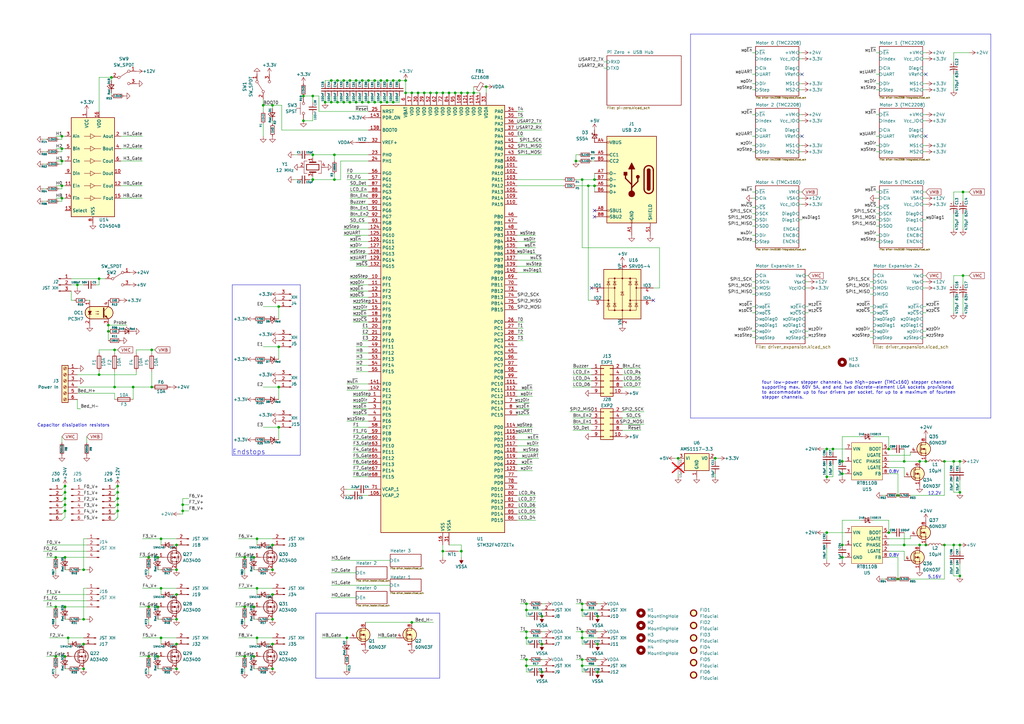
<source format=kicad_sch>
(kicad_sch (version 20230121) (generator eeschema)
  (paper "A3")
  (junction (at 26.67 248.92))
  (junction (at 181.61 226.06))
  (junction (at 111.76 243.84))
  (junction (at 151.13 41.91))
  (junction (at 26.67 209.55))
  (junction (at 168.91 255.27))
  (junction (at 26.67 204.47))
  (junction (at 100.33 228.6))
  (junction (at 156.21 33.02))
  (junction (at 26.67 201.93))
  (junction (at 135.89 33.02))
  (junction (at 133.35 41.91))
  (junction (at 148.59 33.02))
  (junction (at 345.44 223.52))
  (junction (at 72.39 264.16))
  (junction (at 393.7 189.23))
  (junction (at 238.76 273.05))
  (junction (at 40.64 153.67))
  (junction (at 111.76 233.68))
  (junction (at 111.76 274.32))
  (junction (at 146.05 41.91))
  (junction (at 166.37 38.1))
  (junction (at 245.11 275.59))
  (junction (at 243.84 76.2))
  (junction (at 22.86 248.92))
  (junction (at 25.4 66.04))
  (junction (at 66.04 241.3))
  (junction (at 215.9 250.19))
  (junction (at 179.07 38.1))
  (junction (at 393.7 223.52))
  (junction (at 215.9 261.62))
  (junction (at 72.39 233.68))
  (junction (at 387.35 223.52))
  (junction (at 60.96 228.6))
  (junction (at 25.4 60.96))
  (junction (at 46.99 143.51))
  (junction (at 140.97 33.02))
  (junction (at 158.75 41.91))
  (junction (at 377.19 189.23))
  (junction (at 143.51 33.02))
  (junction (at 339.09 218.44))
  (junction (at 34.29 254))
  (junction (at 171.45 38.1))
  (junction (at 166.37 33.02))
  (junction (at 74.93 209.55))
  (junction (at 184.15 38.1))
  (junction (at 44.45 135.89))
  (junction (at 181.61 38.1))
  (junction (at 114.3 158.75))
  (junction (at 26.67 199.39))
  (junction (at 31.75 116.84))
  (junction (at 105.41 241.3))
  (junction (at 142.24 261.62))
  (junction (at 34.29 233.68))
  (junction (at 156.21 41.91))
  (junction (at 238.76 247.65))
  (junction (at 222.25 275.59))
  (junction (at 393.7 236.22))
  (junction (at 66.04 261.62))
  (junction (at 25.4 81.28))
  (junction (at 238.76 73.66))
  (junction (at 34.29 264.16))
  (junction (at 128.27 73.66))
  (junction (at 153.67 33.02))
  (junction (at 148.59 41.91))
  (junction (at 151.13 33.02))
  (junction (at 111.76 254))
  (junction (at 364.49 218.44))
  (junction (at 46.99 158.75))
  (junction (at 100.33 248.92))
  (junction (at 105.41 261.62))
  (junction (at 72.39 243.84))
  (junction (at 379.73 189.23))
  (junction (at 26.67 269.24))
  (junction (at 140.97 41.91))
  (junction (at 215.9 259.08))
  (junction (at 199.39 35.56))
  (junction (at 161.29 33.02))
  (junction (at 48.26 207.01))
  (junction (at 64.77 269.24))
  (junction (at 22.86 269.24))
  (junction (at 161.29 41.91))
  (junction (at 394.97 113.03))
  (junction (at 222.25 252.73))
  (junction (at 370.84 189.23))
  (junction (at 114.3 142.24))
  (junction (at 137.16 73.66))
  (junction (at 368.3 203.2))
  (junction (at 245.11 252.73))
  (junction (at 111.76 223.52))
  (junction (at 215.9 273.05))
  (junction (at 48.26 209.55))
  (junction (at 128.27 39.37))
  (junction (at 393.7 201.93))
  (junction (at 339.09 195.58))
  (junction (at 368.3 237.49))
  (junction (at 379.73 223.52))
  (junction (at 176.53 38.1))
  (junction (at 64.77 248.92))
  (junction (at 186.69 38.1))
  (junction (at 62.23 158.75))
  (junction (at 54.61 158.75))
  (junction (at 100.33 269.24))
  (junction (at 66.04 220.98))
  (junction (at 163.83 33.02))
  (junction (at 391.16 189.23))
  (junction (at 158.75 33.02))
  (junction (at 60.96 269.24))
  (junction (at 194.31 38.1))
  (junction (at 74.93 207.01))
  (junction (at 138.43 33.02))
  (junction (at 364.49 184.15))
  (junction (at 40.64 114.3))
  (junction (at 391.16 223.52))
  (junction (at 72.39 223.52))
  (junction (at 278.13 187.96))
  (junction (at 124.46 39.37))
  (junction (at 138.43 41.91))
  (junction (at 114.3 125.73))
  (junction (at 60.96 248.92))
  (junction (at 104.14 228.6))
  (junction (at 215.9 247.65))
  (junction (at 45.72 31.75))
  (junction (at 114.3 175.26))
  (junction (at 124.46 49.53))
  (junction (at 104.14 248.92))
  (junction (at 293.37 187.96))
  (junction (at 128.27 63.5))
  (junction (at 26.67 207.01))
  (junction (at 238.76 259.08))
  (junction (at 222.25 264.16))
  (junction (at 48.26 201.93))
  (junction (at 191.77 38.1))
  (junction (at 146.05 33.02))
  (junction (at 72.39 274.32))
  (junction (at 370.84 223.52))
  (junction (at 25.4 55.88))
  (junction (at 238.76 250.19))
  (junction (at 107.95 43.18))
  (junction (at 64.77 228.6))
  (junction (at 26.67 228.6))
  (junction (at 143.51 41.91))
  (junction (at 111.76 264.16))
  (junction (at 341.63 184.15))
  (junction (at 238.76 270.51))
  (junction (at 72.39 254))
  (junction (at 27.94 261.62))
  (junction (at 243.84 73.66))
  (junction (at 48.26 199.39))
  (junction (at 345.44 194.31))
  (junction (at 137.16 63.5))
  (junction (at 387.35 189.23))
  (junction (at 394.97 78.74))
  (junction (at 173.99 38.1))
  (junction (at 189.23 38.1))
  (junction (at 236.22 66.04))
  (junction (at 168.91 38.1))
  (junction (at 105.41 220.98))
  (junction (at 245.11 264.16))
  (junction (at 153.67 41.91))
  (junction (at 48.26 204.47))
  (junction (at 241.3 76.2))
  (junction (at 44.45 133.35))
  (junction (at 238.76 261.62))
  (junction (at 22.86 228.6))
  (junction (at 104.14 269.24))
  (junction (at 111.76 43.18))
  (junction (at 377.19 223.52))
  (junction (at 345.44 189.23))
  (junction (at 189.23 226.06))
  (junction (at 34.29 274.32))
  (junction (at 339.09 184.15))
  (junction (at 62.23 143.51))
  (junction (at 345.44 228.6))
  (junction (at 25.4 76.2))
  (junction (at 215.9 270.51))
  (junction (at 135.89 41.91))
  (no_connect (at 379.73 55.88))
  (no_connect (at 243.84 88.9))
  (no_connect (at 243.84 86.36))
  (no_connect (at 267.97 123.19))
  (no_connect (at 379.73 30.48))
  (no_connect (at 242.57 118.11))
  (no_connect (at 328.93 55.88))
  (no_connect (at 328.93 30.48))
  (wire (pts (xy 25.4 77.47) (xy 25.4 76.2)))
  (wire (pts (xy 262.89 158.75) (xy 255.27 158.75)))
  (wire (pts (xy 143.51 86.36) (xy 151.13 86.36)))
  (wire (pts (xy 243.84 76.2) (xy 241.3 76.2)))
  (wire (pts (xy 387.35 189.23) (xy 387.35 203.2)))
  (wire (pts (xy 140.97 96.52) (xy 151.13 96.52)))
  (wire (pts (xy 231.14 73.66) (xy 212.09 73.66)))
  (wire (pts (xy 33.02 167.64) (xy 31.75 167.64)))
  (wire (pts (xy 135.89 39.37) (xy 135.89 41.91)))
  (wire (pts (xy 25.4 62.23) (xy 25.4 60.96)))
  (wire (pts (xy 331.47 113.03) (xy 330.2 113.03)))
  (wire (pts (xy 215.9 264.16) (xy 217.17 264.16)))
  (wire (pts (xy 144.78 187.96) (xy 151.13 187.96)))
  (wire (pts (xy 243.84 73.66) (xy 238.76 73.66)))
  (wire (pts (xy 22.86 55.88) (xy 25.4 55.88)))
  (wire (pts (xy 26.67 248.92) (xy 35.56 248.92)))
  (wire (pts (xy 138.43 34.29) (xy 138.43 33.02)))
  (wire (pts (xy 153.67 33.02) (xy 156.21 33.02)))
  (wire (pts (xy 328.93 46.99) (xy 327.66 46.99)))
  (wire (pts (xy 215.9 270.51) (xy 215.9 273.05)))
  (wire (pts (xy 236.22 63.5) (xy 236.22 66.04)))
  (wire (pts (xy 66.04 233.68) (xy 64.77 233.68)))
  (wire (pts (xy 96.52 248.92) (xy 100.33 248.92)))
  (wire (pts (xy 71.12 254) (xy 72.39 254)))
  (wire (pts (xy 189.23 226.06) (xy 189.23 223.52)))
  (wire (pts (xy 393.7 226.06) (xy 393.7 223.52)))
  (wire (pts (xy 345.44 189.23) (xy 346.71 189.23)))
  (wire (pts (xy 142.24 73.66) (xy 151.13 73.66)))
  (wire (pts (xy 391.16 36.83) (xy 391.16 30.48)))
  (wire (pts (xy 29.21 119.38) (xy 29.21 123.19)))
  (polyline (pts (xy 129.54 251.46) (xy 129.54 278.13)))
  (wire (pts (xy 241.3 76.2) (xy 236.22 76.2)))
  (wire (pts (xy 66.04 220.98) (xy 72.39 220.98)))
  (wire (pts (xy 238.76 259.08) (xy 238.76 261.62)))
  (wire (pts (xy 60.96 228.6) (xy 64.77 228.6)))
  (wire (pts (xy 19.05 248.92) (xy 22.86 248.92)))
  (wire (pts (xy 308.61 34.29) (xy 309.88 34.29)))
  (wire (pts (xy 148.59 134.62) (xy 151.13 134.62)))
  (wire (pts (xy 34.29 233.68) (xy 33.02 233.68)))
  (wire (pts (xy 339.09 184.15) (xy 339.09 185.42)))
  (wire (pts (xy 246.38 270.51) (xy 245.11 270.51)))
  (wire (pts (xy 17.78 67.31) (xy 19.05 67.31)))
  (wire (pts (xy 168.91 255.27) (xy 177.8 255.27)))
  (wire (pts (xy 71.12 233.68) (xy 72.39 233.68)))
  (wire (pts (xy 379.73 128.27) (xy 378.46 128.27)))
  (wire (pts (xy 364.49 186.69) (xy 373.38 186.69)))
  (wire (pts (xy 128.27 63.5) (xy 128.27 64.77)))
  (wire (pts (xy 144.78 190.5) (xy 151.13 190.5)))
  (wire (pts (xy 148.59 203.2) (xy 151.13 203.2)))
  (wire (pts (xy 308.61 85.09) (xy 309.88 85.09)))
  (wire (pts (xy 143.51 76.2) (xy 151.13 76.2)))
  (wire (pts (xy 356.87 118.11) (xy 358.14 118.11)))
  (wire (pts (xy 394.97 113.03) (xy 394.97 116.84)))
  (wire (pts (xy 308.61 125.73) (xy 309.88 125.73)))
  (wire (pts (xy 148.59 41.91) (xy 151.13 41.91)))
  (wire (pts (xy 391.16 226.06) (xy 391.16 223.52)))
  (wire (pts (xy 308.61 21.59) (xy 309.88 21.59)))
  (wire (pts (xy 60.96 234.95) (xy 60.96 233.68)))
  (wire (pts (xy 25.4 203.2) (xy 26.67 201.93)))
  (wire (pts (xy 223.52 270.51) (xy 222.25 270.51)))
  (wire (pts (xy 127 63.5) (xy 128.27 63.5)))
  (wire (pts (xy 345.44 189.23) (xy 345.44 179.07)))
  (wire (pts (xy 166.37 33.02) (xy 166.37 38.1)))
  (wire (pts (xy 238.76 275.59) (xy 240.03 275.59)))
  (wire (pts (xy 127 73.66) (xy 128.27 73.66)))
  (wire (pts (xy 115.57 53.34) (xy 151.13 53.34)))
  (wire (pts (xy 35.56 233.68) (xy 34.29 233.68)))
  (wire (pts (xy 62.23 143.51) (xy 55.88 143.51)))
  (wire (pts (xy 359.41 55.88) (xy 360.68 55.88)))
  (wire (pts (xy 238.76 273.05) (xy 245.11 273.05)))
  (wire (pts (xy 331.47 135.89) (xy 330.2 135.89)))
  (wire (pts (xy 379.73 138.43) (xy 378.46 138.43)))
  (wire (pts (xy 238.76 270.51) (xy 238.76 273.05)))
  (wire (pts (xy 219.71 213.36) (xy 212.09 213.36)))
  (wire (pts (xy 46.99 210.82) (xy 48.26 209.55)))
  (wire (pts (xy 215.9 250.19) (xy 222.25 250.19)))
  (wire (pts (xy 328.93 21.59) (xy 327.66 21.59)))
  (wire (pts (xy 73.66 210.82) (xy 74.93 210.82)))
  (wire (pts (xy 222.25 106.68) (xy 212.09 106.68)))
  (wire (pts (xy 391.16 21.59) (xy 397.51 21.59)))
  (wire (pts (xy 364.49 194.31) (xy 368.3 194.31)))
  (wire (pts (xy 107.95 55.88) (xy 107.95 50.8)))
  (wire (pts (xy 46.99 200.66) (xy 48.26 199.39)))
  (wire (pts (xy 17.78 57.15) (xy 19.05 57.15)))
  (wire (pts (xy 17.78 77.47) (xy 19.05 77.47)))
  (wire (pts (xy 215.9 259.08) (xy 215.9 261.62)))
  (wire (pts (xy 146.05 34.29) (xy 146.05 33.02)))
  (wire (pts (xy 143.51 88.9) (xy 151.13 88.9)))
  (wire (pts (xy 222.25 60.96) (xy 212.09 60.96)))
  (wire (pts (xy 97.79 220.98) (xy 105.41 220.98)))
  (wire (pts (xy 214.63 134.62) (xy 212.09 134.62)))
  (wire (pts (xy 24.13 77.47) (xy 25.4 77.47)))
  (wire (pts (xy 393.7 191.77) (xy 393.7 189.23)))
  (wire (pts (xy 66.04 274.32) (xy 64.77 274.32)))
  (wire (pts (xy 379.73 118.11) (xy 378.46 118.11)))
  (wire (pts (xy 146.05 41.91) (xy 148.59 41.91)))
  (wire (pts (xy 24.13 67.31) (xy 25.4 67.31)))
  (wire (pts (xy 143.51 104.14) (xy 151.13 104.14)))
  (wire (pts (xy 58.42 81.28) (xy 49.53 81.28)))
  (wire (pts (xy 158.75 33.02) (xy 161.29 33.02)))
  (wire (pts (xy 189.23 38.1) (xy 191.77 38.1)))
  (wire (pts (xy 144.78 170.18) (xy 151.13 170.18)))
  (wire (pts (xy 247.65 27.94) (xy 248.92 27.94)))
  (wire (pts (xy 110.49 274.32) (xy 111.76 274.32)))
  (wire (pts (xy 35.56 254) (xy 34.29 254)))
  (wire (pts (xy 48.26 209.55) (xy 48.26 212.09)))
  (wire (pts (xy 128.27 39.37) (xy 130.81 39.37)))
  (polyline (pts (xy 123.19 116.84) (xy 123.19 186.69)))
  (wire (pts (xy 373.38 220.98) (xy 373.38 219.71)))
  (wire (pts (xy 107.95 175.26) (xy 114.3 175.26)))
  (wire (pts (xy 370.84 189.23) (xy 377.19 189.23)))
  (wire (pts (xy 144.78 127) (xy 151.13 127)))
  (wire (pts (xy 40.64 152.4) (xy 40.64 153.67)))
  (wire (pts (xy 213.36 270.51) (xy 215.9 270.51)))
  (wire (pts (xy 238.76 252.73) (xy 240.03 252.73)))
  (wire (pts (xy 378.46 59.69) (xy 379.73 59.69)))
  (wire (pts (xy 156.21 41.91) (xy 156.21 39.37)))
  (wire (pts (xy 391.16 93.98) (xy 391.16 87.63)))
  (wire (pts (xy 327.66 36.83) (xy 328.93 36.83)))
  (wire (pts (xy 219.71 203.2) (xy 212.09 203.2)))
  (wire (pts (xy 143.51 33.02) (xy 146.05 33.02)))
  (wire (pts (xy 327.66 90.17) (xy 328.93 90.17)))
  (wire (pts (xy 234.95 173.99) (xy 242.57 173.99)))
  (wire (pts (xy 111.76 44.45) (xy 111.76 43.18)))
  (wire (pts (xy 394.97 93.98) (xy 394.97 87.63)))
  (wire (pts (xy 238.76 275.59) (xy 238.76 273.05)))
  (wire (pts (xy 377.19 223.52) (xy 379.73 223.52)))
  (wire (pts (xy 27.94 261.62) (xy 27.94 264.16)))
  (wire (pts (xy 327.66 62.23) (xy 328.93 62.23)))
  (wire (pts (xy 146.05 109.22) (xy 151.13 109.22)))
  (wire (pts (xy 161.29 41.91) (xy 163.83 41.91)))
  (wire (pts (xy 218.44 193.04) (xy 212.09 193.04)))
  (wire (pts (xy 26.67 228.6) (xy 35.56 228.6)))
  (wire (pts (xy 144.78 165.1) (xy 151.13 165.1)))
  (wire (pts (xy 143.51 83.82) (xy 151.13 83.82)))
  (wire (pts (xy 156.21 41.91) (xy 158.75 41.91)))
  (wire (pts (xy 143.51 114.3) (xy 151.13 114.3)))
  (wire (pts (xy 107.95 43.18) (xy 107.95 45.72)))
  (wire (pts (xy 308.61 120.65) (xy 309.88 120.65)))
  (wire (pts (xy 359.41 36.83) (xy 360.68 36.83)))
  (wire (pts (xy 46.99 161.29) (xy 46.99 163.83)))
  (wire (pts (xy 140.97 93.98) (xy 151.13 93.98)))
  (wire (pts (xy 144.78 132.08) (xy 151.13 132.08)))
  (wire (pts (xy 191.77 38.1) (xy 194.31 38.1)))
  (wire (pts (xy 364.49 179.07) (xy 364.49 184.15)))
  (wire (pts (xy 214.63 55.88) (xy 212.09 55.88)))
  (wire (pts (xy 43.18 114.3) (xy 40.64 114.3)))
  (wire (pts (xy 378.46 83.82) (xy 379.73 83.82)))
  (wire (pts (xy 222.25 50.8) (xy 212.09 50.8)))
  (wire (pts (xy 222.25 109.22) (xy 212.09 109.22)))
  (wire (pts (xy 77.47 209.55) (xy 74.93 209.55)))
  (wire (pts (xy 194.31 35.56) (xy 194.31 38.1)))
  (wire (pts (xy 359.41 85.09) (xy 360.68 85.09)))
  (wire (pts (xy 236.22 247.65) (xy 238.76 247.65)))
  (wire (pts (xy 215.9 252.73) (xy 215.9 250.19)))
  (wire (pts (xy 31.75 118.11) (xy 31.75 116.84)))
  (wire (pts (xy 214.63 139.7) (xy 212.09 139.7)))
  (wire (pts (xy 114.3 158.75) (xy 114.3 163.83)))
  (wire (pts (xy 22.86 228.6) (xy 26.67 228.6)))
  (wire (pts (xy 391.16 196.85) (xy 391.16 201.93)))
  (wire (pts (xy 24.13 62.23) (xy 25.4 62.23)))
  (wire (pts (xy 184.15 38.1) (xy 186.69 38.1)))
  (wire (pts (xy 308.61 36.83) (xy 309.88 36.83)))
  (polyline (pts (xy 95.25 116.84) (xy 123.19 116.84)))
  (wire (pts (xy 219.71 104.14) (xy 212.09 104.14)))
  (wire (pts (xy 120.65 63.5) (xy 121.92 63.5)))
  (wire (pts (xy 158.75 41.91) (xy 158.75 39.37)))
  (wire (pts (xy 144.78 193.04) (xy 151.13 193.04)))
  (wire (pts (xy 151.13 33.02) (xy 153.67 33.02)))
  (wire (pts (xy 222.25 111.76) (xy 212.09 111.76)))
  (wire (pts (xy 27.94 274.32) (xy 26.67 274.32)))
  (wire (pts (xy 173.99 38.1) (xy 176.53 38.1)))
  (wire (pts (xy 25.4 66.04) (xy 26.67 66.04)))
  (wire (pts (xy 74.93 204.47) (xy 77.47 204.47)))
  (wire (pts (xy 278.13 187.96) (xy 278.13 189.23)))
  (wire (pts (xy 107.95 142.24) (xy 114.3 142.24)))
  (wire (pts (xy 143.51 121.92) (xy 151.13 121.92)))
  (wire (pts (xy 364.49 228.6) (xy 368.3 228.6)))
  (wire (pts (xy 358.14 179.07) (xy 364.49 179.07)))
  (wire (pts (xy 96.52 269.24) (xy 100.33 269.24)))
  (wire (pts (xy 391.16 236.22) (xy 393.7 236.22)))
  (wire (pts (xy 39.37 116.84) (xy 40.64 116.84)))
  (wire (pts (xy 25.4 82.55) (xy 25.4 81.28)))
  (wire (pts (xy 238.76 250.19) (xy 245.11 250.19)))
  (wire (pts (xy 359.41 62.23) (xy 360.68 62.23)))
  (wire (pts (xy 105.41 261.62) (xy 105.41 264.16)))
  (wire (pts (xy 46.99 152.4) (xy 46.99 158.75)))
  (wire (pts (xy 144.78 182.88) (xy 151.13 182.88)))
  (wire (pts (xy 346.71 184.15) (xy 341.63 184.15)))
  (wire (pts (xy 156.21 33.02) (xy 158.75 33.02)))
  (wire (pts (xy 17.78 246.38) (xy 35.56 246.38)))
  (wire (pts (xy 100.33 248.92) (xy 104.14 248.92)))
  (wire (pts (xy 308.61 81.28) (xy 309.88 81.28)))
  (wire (pts (xy 71.12 274.32) (xy 72.39 274.32)))
  (wire (pts (xy 368.3 194.31) (xy 368.3 203.2)))
  (wire (pts (xy 110.49 264.16) (xy 111.76 264.16)))
  (wire (pts (xy 144.78 162.56) (xy 151.13 162.56)))
  (wire (pts (xy 40.64 116.84) (xy 40.64 114.3)))
  (wire (pts (xy 58.42 55.88) (xy 49.53 55.88)))
  (wire (pts (xy 391.16 21.59) (xy 391.16 25.4)))
  (wire (pts (xy 44.45 133.35) (xy 52.07 133.35)))
  (wire (pts (xy 142.24 261.62) (xy 143.51 261.62)))
  (wire (pts (xy 341.63 184.15) (xy 341.63 185.42)))
  (wire (pts (xy 359.41 92.71) (xy 360.68 92.71)))
  (wire (pts (xy 144.78 195.58) (xy 151.13 195.58)))
  (wire (pts (xy 105.41 254) (xy 104.14 254)))
  (polyline (pts (xy 283.21 171.45) (xy 283.21 13.97)))
  (wire (pts (xy 55.88 152.4) (xy 55.88 153.67)))
  (wire (pts (xy 379.73 115.57) (xy 378.46 115.57)))
  (wire (pts (xy 107.95 43.18) (xy 111.76 43.18)))
  (wire (pts (xy 171.45 38.1) (xy 173.99 38.1)))
  (wire (pts (xy 394.97 113.03) (xy 397.51 113.03)))
  (wire (pts (xy 293.37 194.31) (xy 293.37 195.58)))
  (wire (pts (xy 223.52 247.65) (xy 222.25 247.65)))
  (wire (pts (xy 138.43 39.37) (xy 138.43 41.91)))
  (wire (pts (xy 359.41 30.48) (xy 360.68 30.48)))
  (wire (pts (xy 96.52 228.6) (xy 100.33 228.6)))
  (wire (pts (xy 143.51 101.6) (xy 151.13 101.6)))
  (wire (pts (xy 48.26 143.51) (xy 46.99 143.51)))
  (wire (pts (xy 255.27 176.53) (xy 262.89 176.53)))
  (wire (pts (xy 149.86 255.27) (xy 168.91 255.27)))
  (wire (pts (xy 34.29 254) (xy 33.02 254)))
  (wire (pts (xy 146.05 142.24) (xy 151.13 142.24)))
  (wire (pts (xy 31.75 167.64) (xy 31.75 163.83)))
  (wire (pts (xy 241.3 76.2) (xy 241.3 123.19)))
  (wire (pts (xy 213.36 247.65) (xy 215.9 247.65)))
  (wire (pts (xy 128.27 63.5) (xy 137.16 63.5)))
  (wire (pts (xy 153.67 41.91) (xy 153.67 39.37)))
  (wire (pts (xy 359.41 46.99) (xy 360.68 46.99)))
  (wire (pts (xy 219.71 96.52) (xy 212.09 96.52)))
  (wire (pts (xy 276.86 187.96) (xy 278.13 187.96)))
  (wire (pts (xy 345.44 195.58) (xy 345.44 194.31)))
  (wire (pts (xy 60.96 275.59) (xy 60.96 274.32)))
  (wire (pts (xy 215.9 275.59) (xy 217.17 275.59)))
  (wire (pts (xy 308.61 135.89) (xy 309.88 135.89)))
  (wire (pts (xy 308.61 115.57) (xy 309.88 115.57)))
  (wire (pts (xy 361.95 203.2) (xy 363.22 203.2)))
  (wire (pts (xy 161.29 33.02) (xy 161.29 34.29)))
  (wire (pts (xy 373.38 237.49) (xy 387.35 237.49)))
  (wire (pts (xy 58.42 241.3) (xy 66.04 241.3)))
  (wire (pts (xy 214.63 48.26) (xy 212.09 48.26)))
  (wire (pts (xy 373.38 203.2) (xy 387.35 203.2)))
  (wire (pts (xy 100.33 228.6) (xy 104.14 228.6)))
  (wire (pts (xy 143.51 41.91) (xy 146.05 41.91)))
  (wire (pts (xy 135.89 245.11) (xy 146.05 245.11)))
  (wire (pts (xy 54.61 158.75) (xy 54.61 163.83)))
  (wire (pts (xy 223.52 259.08) (xy 222.25 259.08)))
  (wire (pts (xy 46.99 143.51) (xy 46.99 144.78)))
  (wire (pts (xy 105.41 241.3) (xy 105.41 243.84)))
  (wire (pts (xy 25.4 55.88) (xy 26.67 55.88)))
  (wire (pts (xy 58.42 66.04) (xy 49.53 66.04)))
  (polyline (pts (xy 129.54 251.46) (xy 180.34 251.46)))
  (wire (pts (xy 29.21 114.3) (xy 40.64 114.3)))
  (wire (pts (xy 327.66 24.13) (xy 328.93 24.13)))
  (wire (pts (xy 327.66 30.48) (xy 328.93 30.48)))
  (wire (pts (xy 219.71 205.74) (xy 212.09 205.74)))
  (wire (pts (xy 142.24 200.66) (xy 146.05 200.66)))
  (wire (pts (xy 138.43 33.02) (xy 140.97 33.02)))
  (wire (pts (xy 66.04 254) (xy 64.77 254)))
  (wire (pts (xy 34.29 241.3) (xy 34.29 254)))
  (wire (pts (xy 105.41 241.3) (xy 111.76 241.3)))
  (wire (pts (xy 215.9 273.05) (xy 222.25 273.05)))
  (wire (pts (xy 243.84 71.12) (xy 243.84 73.66)))
  (wire (pts (xy 143.51 81.28) (xy 151.13 81.28)))
  (wire (pts (xy 137.16 73.66) (xy 139.7 73.66)))
  (wire (pts (xy 331.47 115.57) (xy 330.2 115.57)))
  (wire (pts (xy 135.89 41.91) (xy 138.43 41.91)))
  (wire (pts (xy 27.94 261.62) (xy 34.29 261.62)))
  (wire (pts (xy 327.66 59.69) (xy 328.93 59.69)))
  (wire (pts (xy 58.42 220.98) (xy 66.04 220.98)))
  (wire (pts (xy 215.9 247.65) (xy 215.9 250.19)))
  (wire (pts (xy 111.76 43.18) (xy 115.57 43.18)))
  (wire (pts (xy 19.05 269.24) (xy 22.86 269.24)))
  (wire (pts (xy 356.87 128.27) (xy 358.14 128.27)))
  (wire (pts (xy 135.89 240.03) (xy 160.02 240.03)))
  (wire (pts (xy 212.09 162.56) (xy 218.44 162.56)))
  (wire (pts (xy 31.75 161.29) (xy 46.99 161.29)))
  (wire (pts (xy 331.47 128.27) (xy 330.2 128.27)))
  (wire (pts (xy 140.97 33.02) (xy 143.51 33.02)))
  (wire (pts (xy 364.49 223.52) (xy 370.84 223.52)))
  (wire (pts (xy 135.89 33.02) (xy 133.35 33.02)))
  (wire (pts (xy 144.78 167.64) (xy 151.13 167.64)))
  (wire (pts (xy 278.13 194.31) (xy 278.13 195.58)))
  (wire (pts (xy 151.13 33.02) (xy 151.13 34.29)))
  (wire (pts (xy 262.89 156.21) (xy 255.27 156.21)))
  (wire (pts (xy 234.95 171.45) (xy 242.57 171.45)))
  (wire (pts (xy 220.98 182.88) (xy 212.09 182.88)))
  (wire (pts (xy 218.44 175.26) (xy 212.09 175.26)))
  (wire (pts (xy 110.49 233.68) (xy 111.76 233.68)))
  (wire (pts (xy 63.5 143.51) (xy 62.23 143.51)))
  (polyline (pts (xy 129.54 278.13) (xy 180.34 278.13)))
  (wire (pts (xy 27.94 233.68) (xy 26.67 233.68)))
  (wire (pts (xy 181.61 226.06) (xy 181.61 223.52)))
  (wire (pts (xy 356.87 135.89) (xy 358.14 135.89)))
  (wire (pts (xy 40.64 31.75) (xy 45.72 31.75)))
  (wire (pts (xy 243.84 66.04) (xy 242.57 66.04)))
  (wire (pts (xy 146.05 147.32) (xy 151.13 147.32)))
  (wire (pts (xy 163.83 33.02) (xy 163.83 34.29)))
  (wire (pts (xy 215.9 252.73) (xy 217.17 252.73)))
  (wire (pts (xy 22.86 255.27) (xy 22.86 254)))
  (wire (pts (xy 163.83 41.91) (xy 163.83 39.37)))
  (wire (pts (xy 234.95 151.13) (xy 242.57 151.13)))
  (wire (pts (xy 341.63 184.15) (xy 339.09 184.15)))
  (wire (pts (xy 74.93 210.82) (xy 74.93 209.55)))
  (wire (pts (xy 214.63 45.72) (xy 212.09 45.72)))
  (wire (pts (xy 110.49 223.52) (xy 111.76 223.52)))
  (wire (pts (xy 359.41 99.06) (xy 360.68 99.06)))
  (wire (pts (xy 219.71 208.28) (xy 212.09 208.28)))
  (wire (pts (xy 378.46 34.29) (xy 379.73 34.29)))
  (wire (pts (xy 215.9 264.16) (xy 215.9 261.62)))
  (wire (pts (xy 220.98 185.42) (xy 212.09 185.42)))
  (wire (pts (xy 128.27 49.53) (xy 128.27 46.99)))
  (wire (pts (xy 148.59 139.7) (xy 151.13 139.7)))
  (wire (pts (xy 331.47 125.73) (xy 330.2 125.73)))
  (wire (pts (xy 22.86 66.04) (xy 25.4 66.04)))
  (wire (pts (xy 35.56 179.07) (xy 35.56 181.61)))
  (wire (pts (xy 364.49 189.23) (xy 370.84 189.23)))
  (wire (pts (xy 137.16 63.5) (xy 151.13 63.5)))
  (wire (pts (xy 40.64 153.67) (xy 55.88 153.67)))
  (wire (pts (xy 337.82 184.15) (xy 339.09 184.15)))
  (wire (pts (xy 66.04 220.98) (xy 66.04 223.52)))
  (wire (pts (xy 189.23 226.06) (xy 187.96 226.06)))
  (wire (pts (xy 359.41 96.52) (xy 360.68 96.52)))
  (wire (pts (xy 34.29 116.84) (xy 31.75 116.84)))
  (wire (pts (xy 33.02 274.32) (xy 34.29 274.32)))
  (wire (pts (xy 181.61 228.6) (xy 181.61 226.06)))
  (wire (pts (xy 105.41 220.98) (xy 111.76 220.98)))
  (wire (pts (xy 71.12 264.16) (xy 72.39 264.16)))
  (wire (pts (xy 25.4 60.96) (xy 26.67 60.96)))
  (wire (pts (xy 46.99 203.2) (xy 48.26 201.93)))
  (wire (pts (xy 135.89 229.87) (xy 160.02 229.87)))
  (wire (pts (xy 55.88 143.51) (xy 55.88 144.78)))
  (wire (pts (xy 146.05 149.86) (xy 151.13 149.86)))
  (wire (pts (xy 144.78 185.42) (xy 151.13 185.42)))
  (wire (pts (xy 100.33 234.95) (xy 100.33 233.68)))
  (wire (pts (xy 341.63 195.58) (xy 339.09 195.58)))
  (wire (pts (xy 238.76 264.16) (xy 238.76 261.62)))
  (wire (pts (xy 74.93 209.55) (xy 74.93 207.01)))
  (wire (pts (xy 143.51 119.38) (xy 151.13 119.38)))
  (wire (pts (xy 262.89 153.67) (xy 255.27 153.67)))
  (wire (pts (xy 243.84 63.5) (xy 242.57 63.5)))
  (wire (pts (xy 107.95 40.64) (xy 107.95 43.18)))
  (polyline (pts (xy 406.4 13.97) (xy 406.4 171.45)))
  (wire (pts (xy 378.46 81.28) (xy 379.73 81.28)))
  (wire (pts (xy 217.17 170.18) (xy 212.09 170.18)))
  (wire (pts (xy 26.67 212.09) (xy 25.4 213.36)))
  (wire (pts (xy 22.86 275.59) (xy 22.86 274.32)))
  (wire (pts (xy 222.25 58.42) (xy 212.09 58.42)))
  (wire (pts (xy 60.96 248.92) (xy 64.77 248.92)))
  (wire (pts (xy 143.51 33.02) (xy 143.51 34.29)))
  (wire (pts (xy 393.7 189.23) (xy 391.16 189.23)))
  (wire (pts (xy 143.51 39.37) (xy 143.51 41.91)))
  (wire (pts (xy 308.61 78.74) (xy 309.88 78.74)))
  (wire (pts (xy 365.76 184.15) (xy 364.49 184.15)))
  (wire (pts (xy 22.86 234.95) (xy 22.86 233.68)))
  (wire (pts (xy 339.09 229.87) (xy 339.09 224.79)))
  (wire (pts (xy 364.49 191.77) (xy 370.84 191.77)))
  (wire (pts (xy 238.76 247.65) (xy 238.76 250.19)))
  (wire (pts (xy 168.91 38.1) (xy 171.45 38.1)))
  (wire (pts (xy 22.86 60.96) (xy 25.4 60.96)))
  (wire (pts (xy 151.13 66.04) (xy 139.7 66.04)))
  (wire (pts (xy 391.16 113.03) (xy 394.97 113.03)))
  (wire (pts (xy 148.59 137.16) (xy 151.13 137.16)))
  (wire (pts (xy 22.86 248.92) (xy 26.67 248.92)))
  (wire (pts (xy 105.41 233.68) (xy 104.14 233.68)))
  (wire (pts (xy 97.79 241.3) (xy 105.41 241.3)))
  (wire (pts (xy 153.67 33.02) (xy 153.67 34.29)))
  (wire (pts (xy 359.41 59.69) (xy 360.68 59.69)))
  (wire (pts (xy 132.08 261.62) (xy 142.24 261.62)))
  (wire (pts (xy 368.3 228.6) (xy 368.3 237.49)))
  (wire (pts (xy 58.42 60.96) (xy 49.53 60.96)))
  (wire (pts (xy 217.17 259.08) (xy 215.9 259.08)))
  (wire (pts (xy 331.47 118.11) (xy 330.2 118.11)))
  (wire (pts (xy 359.41 90.17) (xy 360.68 90.17)))
  (wire (pts (xy 293.37 187.96) (xy 293.37 189.23)))
  (wire (pts (xy 199.39 35.56) (xy 199.39 38.1)))
  (wire (pts (xy 34.29 220.98) (xy 34.29 233.68)))
  (wire (pts (xy 142.24 203.2) (xy 143.51 203.2)))
  (wire (pts (xy 308.61 87.63) (xy 309.88 87.63)))
  (wire (pts (xy 22.86 269.24) (xy 26.67 269.24)))
  (wire (pts (xy 238.76 252.73) (xy 238.76 250.19)))
  (wire (pts (xy 391.16 113.03) (xy 391.16 116.84)))
  (wire (pts (xy 238.76 73.66) (xy 238.76 101.6)))
  (wire (pts (xy 25.4 179.07) (xy 25.4 181.61)))
  (wire (pts (xy 22.86 76.2) (xy 25.4 76.2)))
  (wire (pts (xy 327.66 78.74) (xy 328.93 78.74)))
  (wire (pts (xy 142.24 274.32) (xy 142.24 273.05)))
  (wire (pts (xy 394.97 78.74) (xy 397.51 78.74)))
  (wire (pts (xy 114.3 175.26) (xy 114.3 180.34)))
  (wire (pts (xy 391.16 231.14) (xy 391.16 236.22)))
  (polyline (pts (xy 180.34 278.13) (xy 180.34 251.46)))
  (wire (pts (xy 130.81 39.37) (xy 130.81 45.72)))
  (wire (pts (xy 48.26 199.39) (xy 48.26 201.93)))
  (wire (pts (xy 327.66 81.28) (xy 328.93 81.28)))
  (wire (pts (xy 236.22 270.51) (xy 238.76 270.51)))
  (wire (pts (xy 142.24 160.02) (xy 151.13 160.02)))
  (wire (pts (xy 356.87 115.57) (xy 358.14 115.57)))
  (wire (pts (xy 241.3 123.19) (xy 242.57 123.19)))
  (wire (pts (xy 144.78 129.54) (xy 151.13 129.54)))
  (wire (pts (xy 25.4 81.28) (xy 26.67 81.28)))
  (wire (pts (xy 25.4 76.2) (xy 26.67 76.2)))
  (wire (pts (xy 222.25 53.34) (xy 212.09 53.34)))
  (wire (pts (xy 233.68 168.91) (xy 242.57 168.91)))
  (wire (pts (xy 308.61 55.88) (xy 309.88 55.88)))
  (wire (pts (xy 111.76 50.8) (xy 111.76 49.53)))
  (wire (pts (xy 128.27 72.39) (xy 128.27 73.66)))
  (wire (pts (xy 137.16 63.5) (xy 137.16 66.04)))
  (wire (pts (xy 179.07 38.1) (xy 181.61 38.1)))
  (wire (pts (xy 246.38 247.65) (xy 245.11 247.65)))
  (wire (pts (xy 107.95 158.75) (xy 114.3 158.75)))
  (wire (pts (xy 144.78 175.26) (xy 151.13 175.26)))
  (wire (pts (xy 36.83 123.19) (xy 35.56 123.19)))
  (wire (pts (xy 218.44 160.02) (xy 212.09 160.02)))
  (wire (pts (xy 143.51 116.84) (xy 151.13 116.84)))
  (wire (pts (xy 144.78 180.34) (xy 151.13 180.34)))
  (wire (pts (xy 100.33 275.59) (xy 100.33 274.32)))
  (wire (pts (xy 19.05 223.52) (xy 35.56 223.52)))
  (wire (pts (xy 308.61 99.06) (xy 309.88 99.06)))
  (wire (pts (xy 378.46 78.74) (xy 379.73 78.74)))
  (wire (pts (xy 124.46 49.53) (xy 128.27 49.53)))
  (polyline (pts (xy 283.21 13.97) (xy 406.4 13.97)))
  (wire (pts (xy 378.46 30.48) (xy 379.73 30.48)))
  (wire (pts (xy 143.51 106.68) (xy 151.13 106.68)))
  (wire (pts (xy 158.75 33.02) (xy 158.75 34.29)))
  (wire (pts (xy 255.27 171.45) (xy 262.89 171.45)))
  (wire (pts (xy 364.49 220.98) (xy 373.38 220.98)))
  (wire (pts (xy 238.76 101.6) (xy 270.51 101.6)))
  (wire (pts (xy 222.25 63.5) (xy 212.09 63.5)))
  (wire (pts (xy 361.95 237.49) (xy 363.22 237.49)))
  (wire (pts (xy 142.24 172.72) (xy 151.13 172.72)))
  (wire (pts (xy 341.63 190.5) (xy 341.63 195.58)))
  (wire (pts (xy 246.38 259.08) (xy 245.11 259.08)))
  (wire (pts (xy 308.61 118.11) (xy 309.88 118.11)))
  (wire (pts (xy 236.22 259.08) (xy 238.76 259.08)))
  (wire (pts (xy 339.09 218.44) (xy 346.71 218.44)))
  (wire (pts (xy 218.44 190.5) (xy 212.09 190.5)))
  (wire (pts (xy 24.13 57.15) (xy 25.4 57.15)))
  (wire (pts (xy 66.04 261.62) (xy 66.04 264.16)))
  (wire (pts (xy 308.61 62.23) (xy 309.88 62.23)))
  (wire (pts (xy 186.69 38.1) (xy 189.23 38.1)))
  (wire (pts (xy 189.23 228.6) (xy 189.23 226.06)))
  (wire (pts (xy 379.73 46.99) (xy 378.46 46.99)))
  (wire (pts (xy 156.21 33.02) (xy 156.21 34.29)))
  (wire (pts (xy 139.7 66.04) (xy 139.7 73.66)))
  (wire (pts (xy 359.41 21.59) (xy 360.68 21.59)))
  (wire (pts (xy 45.72 31.75) (xy 45.72 33.02)))
  (wire (pts (xy 370.84 223.52) (xy 377.19 223.52)))
  (wire (pts (xy 218.44 177.8) (xy 212.09 177.8)))
  (wire (pts (xy 40.64 143.51) (xy 46.99 143.51)))
  (wire (pts (xy 234.95 176.53) (xy 242.57 176.53)))
  (wire (pts (xy 110.49 243.84) (xy 111.76 243.84)))
  (wire (pts (xy 44.45 133.35) (xy 44.45 135.89)))
  (wire (pts (xy 345.44 228.6) (xy 346.71 228.6)))
  (wire (pts (xy 143.51 78.74) (xy 151.13 78.74)))
  (wire (pts (xy 240.03 247.65) (xy 238.76 247.65)))
  (wire (pts (xy 151.13 41.91) (xy 153.67 41.91)))
  (wire (pts (xy 34.29 241.3) (xy 35.56 241.3)))
  (wire (pts (xy 140.97 39.37) (xy 140.97 41.91)))
  (wire (pts (xy 60.96 255.27) (xy 60.96 254)))
  (wire (pts (xy 370.84 191.77) (xy 370.84 195.58)))
  (wire (pts (xy 308.61 90.17) (xy 309.88 90.17)))
  (wire (pts (xy 293.37 187.96) (xy 294.64 187.96)))
  (polyline (pts (xy 406.4 171.45) (xy 283.21 171.45)))
  (wire (pts (xy 22.86 81.28) (xy 25.4 81.28)))
  (wire (pts (xy 146.05 41.91) (xy 146.05 39.37)))
  (wire (pts (xy 24.13 82.55) (xy 25.4 82.55)))
  (wire (pts (xy 17.78 226.06) (xy 35.56 226.06)))
  (wire (pts (xy 379.73 21.59) (xy 378.46 21.59)))
  (wire (pts (xy 26.67 209.55) (xy 26.67 212.09)))
  (wire (pts (xy 62.23 152.4) (xy 62.23 158.75)))
  (wire (pts (xy 220.98 187.96) (xy 212.09 187.96)))
  (wire (pts (xy 394.97 78.74) (xy 394.97 82.55)))
  (wire (pts (xy 114.3 142.24) (xy 114.3 147.32)))
  (wire (pts (xy 133.35 39.37) (xy 133.35 41.91)))
  (wire (pts (xy 19.05 228.6) (xy 22.86 228.6)))
  (wire (pts (xy 217.17 247.65) (xy 215.9 247.65)))
  (wire (pts (xy 238.76 261.62) (xy 245.11 261.62)))
  (wire (pts (xy 135.89 33.02) (xy 135.89 34.29)))
  (wire (pts (xy 17.78 62.23) (xy 19.05 62.23)))
  (wire (pts (xy 345.44 213.36) (xy 353.06 213.36)))
  (wire (pts (xy 25.4 200.66) (xy 26.67 199.39)))
  (wire (pts (xy 387.35 223.52) (xy 387.35 237.49)))
  (wire (pts (xy 66.04 241.3) (xy 72.39 241.3)))
  (wire (pts (xy 358.14 213.36) (xy 364.49 213.36)))
  (wire (pts (xy 217.17 165.1) (xy 212.09 165.1)))
  (wire (pts (xy 194.31 38.1) (xy 196.85 38.1)))
  (wire (pts (xy 146.05 152.4) (xy 151.13 152.4)))
  (wire (pts (xy 359.41 87.63) (xy 360.68 87.63)))
  (wire (pts (xy 327.66 55.88) (xy 328.93 55.88)))
  (wire (pts (xy 370.84 226.06) (xy 370.84 229.87)))
  (wire (pts (xy 214.63 137.16) (xy 212.09 137.16)))
  (wire (pts (xy 270.51 101.6) (xy 270.51 118.11)))
  (wire (pts (xy 356.87 138.43) (xy 358.14 138.43)))
  (wire (pts (xy 140.97 33.02) (xy 140.97 34.29)))
  (wire (pts (xy 26.67 201.93) (xy 26.67 204.47)))
  (wire (pts (xy 387.35 189.23) (xy 391.16 189.23)))
  (wire (pts (xy 181.61 38.1) (xy 184.15 38.1)))
  (wire (pts (xy 214.63 132.08) (xy 212.09 132.08)))
  (wire (pts (xy 25.4 57.15) (xy 25.4 55.88)))
  (wire (pts (xy 17.78 82.55) (xy 19.05 82.55)))
  (wire (pts (xy 379.73 135.89) (xy 378.46 135.89)))
  (wire (pts (xy 48.26 207.01) (xy 48.26 209.55)))
  (wire (pts (xy 356.87 125.73) (xy 358.14 125.73)))
  (wire (pts (xy 146.05 33.02) (xy 148.59 33.02)))
  (wire (pts (xy 356.87 120.65) (xy 358.14 120.65)))
  (wire (pts (xy 308.61 46.99) (xy 309.88 46.99)))
  (wire (pts (xy 31.75 153.67) (xy 40.64 153.67)))
  (wire (pts (xy 166.37 38.1) (xy 168.91 38.1)))
  (wire (pts (xy 378.46 55.88) (xy 379.73 55.88)))
  (wire (pts (xy 128.27 39.37) (xy 128.27 41.91)))
  (wire (pts (xy 391.16 128.27) (xy 391.16 121.92)))
  (wire (pts (xy 219.71 99.06) (xy 212.09 99.06)))
  (wire (pts (xy 44.45 135.89) (xy 44.45 139.7)))
  (wire (pts (xy 337.82 218.44) (xy 339.09 218.44)))
  (wire (pts (xy 133.35 33.02) (xy 133.35 34.29)))
  (wire (pts (xy 140.97 41.91) (xy 143.51 41.91)))
  (wire (pts (xy 391.16 78.74) (xy 394.97 78.74)))
  (wire (pts (xy 57.15 228.6) (xy 60.96 228.6)))
  (wire (pts (xy 327.66 34.29) (xy 328.93 34.29)))
  (wire (pts (xy 40.64 144.78) (xy 40.64 143.51)))
  (wire (pts (xy 142.24 71.12) (xy 151.13 71.12)))
  (wire (pts (xy 308.61 138.43) (xy 309.88 138.43)))
  (wire (pts (xy 184.15 223.52) (xy 189.23 223.52)))
  (wire (pts (xy 110.49 254) (xy 111.76 254)))
  (wire (pts (xy 370.84 184.15) (xy 370.84 189.23)))
  (wire (pts (xy 163.83 33.02) (xy 166.37 33.02)))
  (wire (pts (xy 234.95 156.21) (xy 242.57 156.21)))
  (wire (pts (xy 25.4 205.74) (xy 26.67 204.47)))
  (wire (pts (xy 161.29 33.02) (xy 163.83 33.02)))
  (wire (pts (xy 115.57 43.18) (xy 115.57 53.34)))
  (wire (pts (xy 308.61 30.48) (xy 309.88 30.48)))
  (wire (pts (xy 308.61 59.69) (xy 309.88 59.69)))
  (wire (pts (xy 97.79 261.62) (xy 105.41 261.62)))
  (wire (pts (xy 345.44 194.31) (xy 346.71 194.31)))
  (wire (pts (xy 29.21 123.19) (xy 30.48 123.19)))
  (wire (pts (xy 387.35 223.52) (xy 391.16 223.52)))
  (wire (pts (xy 391.16 201.93) (xy 393.7 201.93)))
  (wire (pts (xy 143.51 99.06) (xy 151.13 99.06)))
  (wire (pts (xy 25.4 67.31) (xy 25.4 66.04)))
  (wire (pts (xy 331.47 138.43) (xy 330.2 138.43)))
  (wire (pts (xy 162.56 261.62) (xy 154.94 261.62)))
  (wire (pts (xy 151.13 41.91) (xy 151.13 39.37)))
  (wire (pts (xy 220.98 180.34) (xy 212.09 180.34)))
  (wire (pts (xy 327.66 49.53) (xy 328.93 49.53)))
  (wire (pts (xy 345.44 179.07) (xy 353.06 179.07)))
  (wire (pts (xy 120.65 73.66) (xy 121.92 73.66)))
  (wire (pts (xy 217.17 270.51) (xy 215.9 270.51)))
  (wire (pts (xy 379.73 113.03) (xy 378.46 113.03)))
  (wire (pts (xy 378.46 62.23) (xy 379.73 62.23)))
  (wire (pts (xy 153.67 41.91) (xy 156.21 41.91)))
  (wire (pts (xy 58.42 76.2) (xy 49.53 76.2)))
  (wire (pts (xy 114.3 125.73) (xy 114.3 130.81)))
  (wire (pts (xy 57.15 248.92) (xy 60.96 248.92)))
  (wire (pts (xy 243.84 76.2) (xy 243.84 78.74)))
  (wire (pts (xy 255.27 173.99) (xy 264.16 173.99)))
  (wire (pts (xy 135.89 33.02) (xy 138.43 33.02)))
  (wire (pts (xy 213.36 259.08) (xy 215.9 259.08)))
  (wire (pts (xy 137.16 71.12) (xy 137.16 73.66)))
  (wire (pts (xy 33.02 264.16) (xy 34.29 264.16)))
  (wire (pts (xy 339.09 195.58) (xy 339.09 190.5)))
  (wire (pts (xy 339.09 218.44) (xy 339.09 219.71)))
  (wire (pts (xy 262.89 151.13) (xy 255.27 151.13)))
  (wire (pts (xy 236.22 73.66) (xy 238.76 73.66)))
  (wire (pts (xy 138.43 41.91) (xy 140.97 41.91)))
  (wire (pts (xy 58.42 261.62) (xy 66.04 261.62)))
  (wire (pts (xy 62.23 158.75) (xy 54.61 158.75)))
  (wire (pts (xy 359.41 34.29) (xy 360.68 34.29)))
  (wire (pts (xy 146.05 144.78) (xy 151.13 144.78)))
  (wire (pts (xy 130.81 45.72) (xy 151.13 45.72)))
  (wire (pts (xy 379.73 125.73) (xy 378.46 125.73)))
  (wire (pts (xy 238.76 264.16) (xy 240.03 264.16)))
  (wire (pts (xy 105.41 274.32) (xy 104.14 274.32)))
  (wire (pts (xy 236.22 63.5) (xy 237.49 63.5)))
  (wire (pts (xy 143.51 91.44) (xy 151.13 91.44)))
  (wire (pts (xy 124.46 39.37) (xy 128.27 39.37)))
  (polyline (pts (xy 123.19 186.69) (xy 95.25 186.69)))
  (wire (pts (xy 377.19 189.23) (xy 379.73 189.23)))
  (wire (pts (xy 370.84 218.44) (xy 370.84 223.52)))
  (wire (pts (xy 364.49 213.36) (xy 364.49 218.44)))
  (wire (pts (xy 19.05 243.84) (xy 35.56 243.84)))
  (wire (pts (xy 215.9 261.62) (xy 222.25 261.62)))
  (wire (pts (xy 378.46 24.13) (xy 379.73 24.13)))
  (wire (pts (xy 359.41 81.28) (xy 360.68 81.28)))
  (polyline (pts (xy 95.25 116.84) (xy 95.25 186.69)))
  (wire (pts (xy 247.65 25.4) (xy 248.92 25.4)))
  (wire (pts (xy 62.23 143.51) (xy 62.23 144.78)))
  (wire (pts (xy 161.29 41.91) (xy 161.29 39.37)))
  (wire (pts (xy 270.51 118.11) (xy 267.97 118.11)))
  (wire (pts (xy 308.61 96.52) (xy 309.88 96.52)))
  (wire (pts (xy 66.04 261.62) (xy 72.39 261.62)))
  (wire (pts (xy 148.59 33.02) (xy 151.13 33.02)))
  (wire (pts (xy 107.95 125.73) (xy 114.3 125.73)))
  (wire (pts (xy 364.49 226.06) (xy 370.84 226.06)))
  (wire (pts (xy 327.66 83.82) (xy 328.93 83.82)))
  (wire (pts (xy 308.61 92.71) (xy 309.88 92.71)))
  (wire (pts (xy 57.15 269.24) (xy 60.96 269.24)))
  (wire (pts (xy 378.46 36.83) (xy 379.73 36.83)))
  (wire (pts (xy 60.96 269.24) (xy 64.77 269.24)))
  (wire (pts (xy 71.12 243.84) (xy 72.39 243.84)))
  (wire (pts (xy 394.97 128.27) (xy 394.97 121.92)))
  (wire (pts (xy 240.03 270.51) (xy 238.76 270.51)))
  (wire (pts (xy 391.16 191.77) (xy 391.16 189.23)))
  (wire (pts (xy 182.88 226.06) (xy 181.61 226.06)))
  (wire (pts (xy 105.41 261.62) (xy 111.76 261.62)))
  (wire (pts (xy 148.59 33.02) (xy 148.59 34.29)))
  (wire (pts (xy 20.32 261.62) (xy 27.94 261.62)))
  (wire (pts (xy 74.93 204.47) (xy 74.93 207.01)))
  (wire (pts (xy 105.41 220.98) (xy 105.41 223.52)))
  (wire (pts (xy 158.75 41.91) (xy 161.29 41.91)))
  (wire (pts (xy 378.46 90.17) (xy 379.73 90.17)))
  (wire (pts (xy 100.33 269.24) (xy 104.14 269.24)))
  (wire (pts (xy 234.95 158.75) (xy 242.57 158.75)))
  (wire (pts (xy 100.33 255.27) (xy 100.33 254)))
  (wire (pts (xy 308.61 128.27) (xy 309.88 128.27)))
  (wire (pts (xy 133.35 41.91) (xy 135.89 41.91)))
  (wire (pts (xy 148.59 41.91) (xy 148.59 39.37)))
  (wire (pts (xy 135.89 234.95) (xy 146.05 234.95)))
  (wire (pts (xy 373.38 186.69) (xy 373.38 185.42)))
  (wire (pts (xy 71.12 223.52) (xy 72.39 223.52)))
  (wire (pts (xy 48.26 201.93) (xy 48.26 204.47)))
  (wire (pts (xy 215.9 275.59) (xy 215.9 273.05)))
  (wire (pts (xy 345.44 229.87) (xy 345.44 228.6)))
  (wire (pts (xy 26.67 204.47) (xy 26.67 207.01)))
  (wire (pts (xy 219.71 210.82) (xy 212.09 210.82)))
  (wire (pts (xy 77.47 207.01) (xy 74.93 207.01)))
  (wire (pts (xy 45.72 39.37) (xy 45.72 38.1)))
  (wire (pts (xy 255.27 168.91) (xy 264.16 168.91)))
  (wire (pts (xy 25.4 208.28) (xy 26.67 207.01)))
  (wire (pts (xy 219.71 101.6) (xy 212.09 101.6)))
  (wire (pts (xy 46.99 205.74) (xy 48.26 204.47)))
  (wire (pts (xy 236.22 66.04) (xy 237.49 66.04)))
  (wire (pts (xy 66.04 241.3) (xy 66.04 243.84)))
  (wire (pts (xy 231.14 76.2) (xy 212.09 76.2)))
  (wire (pts (xy 27.94 254) (xy 26.67 254)))
  (wire (pts (xy 25.4 210.82) (xy 26.67 209.55)))
  (wire (pts (xy 393.7 201.93) (xy 393.7 196.85)))
  (wire (pts (xy 176.53 38.1) (xy 179.07 38.1)))
  (wire (pts (xy 40.64 31.75) (xy 40.64 45.72)))
  (wire (pts (xy 365.76 218.44) (xy 364.49 218.44)))
  (wire (pts (xy 26.67 207.01) (xy 26.67 209.55)))
  (wire (pts (xy 46.99 213.36) (xy 48.26 212.09)))
  (wire (pts (xy 393.7 236.22) (xy 393.7 231.14)))
  (wire (pts (xy 34.29 220.98) (xy 35.56 220.98)))
  (wire (pts (xy 391.16 78.74) (xy 391.16 82.55)))
  (wire (pts (xy 142.24 157.48) (xy 151.13 157.48)))
  (wire (pts (xy 393.7 223.52) (xy 391.16 223.52)))
  (wire (pts (xy 31.75 158.75) (xy 46.99 158.75)))
  (wire (pts (xy 234.95 153.67) (xy 242.57 153.67)))
  (wire (pts (xy 345.44 223.52) (xy 345.44 213.36)))
  (wire (pts (xy 54.61 158.75) (xy 46.99 158.75)))
  (wire (pts (xy 142.24 261.62) (xy 142.24 262.89)))
  (wire (pts (xy 48.26 204.47) (xy 48.26 207.01)))
  (wire (pts (xy 26.67 199.39) (xy 26.67 201.93)))
  (wire (pts (xy 345.44 223.52) (xy 346.71 223.52)))
  (wire (pts (xy 217.17 167.64) (xy 212.09 167.64)))
  (wire (pts (xy 359.41 78.74) (xy 360.68 78.74)))
  (wire (pts (xy 378.46 49.53) (xy 379.73 49.53)))
  (wire (pts (xy 128.27 73.66) (xy 137.16 73.66)))
  (wire (pts (xy 144.78 124.46) (xy 151.13 124.46)))
  (wire (pts (xy 144.78 177.8) (xy 151.13 177.8)))
  (wire (pts (xy 46.99 208.28) (xy 48.26 207.01)))
  (wire (pts (xy 240.03 259.08) (xy 238.76 259.08)))
  (wire (pts (xy 29.21 116.84) (xy 31.75 116.84)))
  (text "Capacitor dissipation resistors" (at 15.24 175.26 0) (effects (font (size 1.27 1.27)) (justify left bottom)))
  (text "Endstops" (at 95.25 186.69 0) (effects (font (size 2 2)) (justify left bottom)))
  (text "5.16V" (at 386.08 237.49 0) (effects (font (size 1.27 1.27)) (justify right bottom)))
  (text "0.8V" (at 364.49 228.6 0) (effects (font (size 1.27 1.27)) (justify left bottom)))
  (text "0.8V" (at 364.49 194.31 0) (effects (font (size 1.27 1.27)) (justify left bottom)))
  (text "four low-power stepper channels, two high-power (TMCx160) stepper channels\nsupporting max. 60V 5A, and and two discrete-element LGA sockets provisioned\nto accommodate up to four drivers per socket, for up to a maximum of fourteen\nstepper channels." (at 312.42 163.83 0) (effects (font (size 1.27 1.27)) (justify left bottom)))
  (text "12.2V" (at 386.08 203.2 0) (effects (font (size 1.27 1.27)) (justify right bottom)))
  (label "_{M3}Dir" (at 359.41 59.69 180))
  (label "USART2_TX" (at 247.65 25.4 180))
  (label "SD_Det" (at 143.51 76.2 0))
  (label "_{M3}~{En}" (at 359.41 46.99 180))
  (label "F8_V+" (at 77.47 209.55 0))
  (label "_{M4}~{CS}" (at 308.61 85.09 180))
  (label "_{M20}Dir" (at 356.87 135.89 180))
  (label "_{M1}Step" (at 359.41 36.83 180))
  (label "E1" (at 107.95 142.24 180))
  (label "H2_Gate" (at 135.89 234.95 0))
  (label "_{M5}~{En}" (at 359.41 78.74 180))
  (label "_{M20}Dir" (at 143.51 116.84 0))
  (label "SPI2_MOSI" (at 264.16 173.99 180))
  (label "_{M5}Step" (at 359.41 99.06 180))
  (label "SPI1_SCK" (at 308.61 115.57 180))
  (label "Bed_H-" (at 33.02 167.64 0))
  (label "_{M2}Dir" (at 218.44 193.04 180))
  (label "_{M2}UART" (at 140.97 96.52 0))
  (label "F4_V+" (at 34.29 210.82 0))
  (label "_{M4}~{En}" (at 308.61 78.74 180))
  (label "LCD_D7" (at 219.71 205.74 180))
  (label "T0" (at 213.36 247.65 0))
  (label "LCD_D6" (at 219.71 208.28 180))
  (label "_{M2}~{En}" (at 308.61 46.99 180))
  (label "E3" (at 148.59 139.7 0))
  (label "T3" (at 236.22 247.65 0))
  (label "_{M12}~{En}" (at 217.17 167.64 180))
  (label "SPI1_MISO" (at 356.87 120.65 180))
  (label "_{M4}Diag1" (at 328.93 90.17 0))
  (label "F1_FG" (at 144.78 177.8 0))
  (label "_{M5}~{CS}" (at 146.05 109.22 0))
  (label "_{M22}~{En}" (at 379.73 125.73 0))
  (label "F8_V+" (at 97.79 261.62 0))
  (label "SPI1_MOSI" (at 359.41 90.17 180))
  (label "SD_CS" (at 262.89 171.45 180))
  (label "F0_FG" (at 142.24 73.66 0))
  (label "F8_Gate" (at 96.52 269.24 0))
  (label "_{M0}UART" (at 218.44 177.8 180))
  (label "_{M1}UART" (at 359.41 30.48 180))
  (label "F3_Gate" (at 57.15 228.6 0))
  (label "_{M1}Dir" (at 359.41 34.29 180))
  (label "SPI1_MISO" (at 222.25 60.96 180))
  (label "_{M1}UART" (at 220.98 187.96 180))
  (label "SD_Det" (at 234.95 176.53 0))
  (label "T0" (at 214.63 132.08 180))
  (label "LCD_D7" (at 262.89 158.75 180))
  (label "_{M1}Step" (at 220.98 185.42 180))
  (label "_{M22}Step" (at 379.73 138.43 0))
  (label "_{M5}Dir" (at 359.41 96.52 180))
  (label "_{M4}Step" (at 308.61 99.06 180))
  (label "F5_Gate" (at 57.15 269.24 0))
  (label "_{M10}~{En}" (at 308.61 125.73 180))
  (label "_{M5}Diag1" (at 219.71 104.14 180))
  (label "F6_V+" (at 97.79 220.98 0))
  (label "USART2_TX" (at 222.25 50.8 180))
  (label "F3_V+" (at 34.29 208.28 0))
  (label "_{M3}Step" (at 359.41 62.23 180))
  (label "Buzzer" (at 143.51 83.82 0))
  (label "_{M22}Step" (at 144.78 124.46 0))
  (label "_{M0}Step" (at 218.44 175.26 180))
  (label "_{M12}~{En}" (at 331.47 125.73 0))
  (label "H3" (at 22.86 66.04 0))
  (label "LCD_D5" (at 262.89 156.21 180))
  (label "_{M20}Step" (at 143.51 114.3 0))
  (label "E2" (at 107.95 158.75 180))
  (label "_{M3}~{En}" (at 143.51 99.06 0))
  (label "_{M4}Dir" (at 142.24 160.02 0))
  (label "H3_Gate" (at 135.89 229.87 0))
  (label "F7_Gate" (at 144.78 193.04 0))
  (label "T2" (at 213.36 270.51 0))
  (label "_{M10}Dir" (at 144.78 165.1 0))
  (label "T3" (at 214.63 139.7 180))
  (label "T1" (at 214.63 134.62 180))
  (label "SPI1_SCK" (at 356.87 115.57 180))
  (label "_{M3}Step" (at 143.51 104.14 0))
  (label "F3_Gate" (at 144.78 182.88 0))
  (label "F2_Gate" (at 19.05 269.24 0))
  (label "_{M12}Dir" (at 331.47 135.89 0))
  (label "_{M1}~{En}" (at 220.98 180.34 180))
  (label "SPI2_MOSI" (at 212.09 127 0))
  (label "_{M20}~{CS}" (at 143.51 121.92 0))
  (label "_{M10}Step" (at 308.61 138.43 180))
  (label "_{M22}~{CS}" (at 379.73 128.27 0))
  (label "E1" (at 148.59 134.62 0))
  (label "SPI1_MOSI" (at 356.87 118.11 180))
  (label "F1" (at 144.78 175.26 0))
  (label "_{M4}Diag1" (at 222.25 111.76 180))
  (label "H0" (at 22.86 76.2 0))
  (label "_{M20}~{En}" (at 143.51 119.38 0))
  (label "_{M5}~{CS}" (at 359.41 85.09 180))
  (label "F6_Gate" (at 144.78 190.5 0))
  (label "F5_Gate" (at 144.78 187.96 0))
  (label "_{M3}UART" (at 359.41 55.88 180))
  (label "H1" (at 146.05 152.4 0))
  (label "SPI1_SCK" (at 308.61 87.63 180))
  (label "HB" (at 146.05 144.78 0))
  (label "F0_FG" (at 17.78 226.06 0))
  (label "LCD_En" (at 143.51 78.74 0))
  (label "H0_Gate" (at 58.42 76.2 180))
  (label "E0" (at 214.63 55.88 180))
  (label "F4_Gate" (at 144.78 185.42 0))
  (label "H2" (at 146.05 149.86 0))
  (label "_{M3}Dir" (at 143.51 101.6 0))
  (label "LCD_D4" (at 219.71 213.36 180))
  (label "T1" (at 213.36 259.08 0))
  (label "_{M2}Step" (at 140.97 93.98 0))
  (label "LCD_Rs" (at 219.71 203.2 180))
  (label "T5" (at 236.22 270.51 0))
  (label "_{M22}Dir" (at 379.73 135.89 0))
  (label "H3" (at 146.05 147.32 0))
  (label "HB" (at 22.86 81.28 0))
  (label "F2_V+" (at 34.29 205.74 0))
  (label "_{M5}Diag1" (at 379.73 90.17 0))
  (label "SD_CS" (at 143.51 91.44 0))
  (label "F2_V+" (at 20.32 261.62 0))
  (label "_{M12}~{CS}" (at 331.47 128.27 0))
  (label "_{M2}UART" (at 308.61 55.88 180))
  (label "SPI1_MOSI" (at 308.61 118.11 180))
  (label "_{M10}~{CS}" (at 308.61 128.27 180))
  (label "F4_Gate" (at 57.15 248.92 0))
  (label "HB_Gate" (at 154.94 261.62 0))
  (label "Btn_Enc" (at 262.89 151.13 180))
  (label "E2" (at 148.59 137.16 0))
  (label "H0" (at 146.05 142.24 0))
  (label "BOOT0" (at 107.95 43.18 0))
  (label "F5_V+" (at 58.42 261.62 0))
  (label "_{M20}~{En}" (at 356.87 125.73 180))
  (label "Probe" (at 52.07 133.35 180))
  (label "LCD_D4" (at 234.95 156.21 0))
  (label "_{M12}~{CS}" (at 217.17 170.18 180))
  (label "F1" (at 19.05 248.92 0))
  (label "F7_V+" (at 77.47 207.01 0))
  (label "~{Reset}" (at 262.89 176.53 180))
  (label "F1_V+" (at 19.05 243.84 0))
  (label "USART2_RX" (at 222.25 53.34 180))
  (label "_{M22}Dir" (at 144.78 127 0))
  (label "HB_Gate" (at 58.42 81.28 180))
  (label "SPI2_SCK" (at 212.09 121.92 0))
  (label "_{M5}Step" (at 219.71 96.52 180))
  (label "_{M2}~{En}" (at 218.44 190.5 180))
  (label "Btn_En2" (at 234.95 171.45 0))
  (label "SPI1_SCK" (at 359.41 87.63 180))
  (label "_{M22}~{En}" (at 144.78 129.54 0))
  (label "_{M10}~{CS}" (at 144.78 170.18 0))
  (label "_{M4}Dir" (at 308.61 96.52 180))
  (label "_{M0}~{En}" (at 218.44 160.02 180))
  (label "_{M0}Dir" (at 218.44 162.56 180))
  (label "~{Reset}" (at 151.13 45.72 180))
  (label "H1_Gate" (at 58.42 55.88 180))
  (label "F0_V+" (at 34.29 200.66 0))
  (label "_{M12}Step" (at 142.24 172.72 0))
  (label "_{M1}~{En}" (at 359.41 21.59 180))
  (label "LCD_D6" (at 234.95 158.75 0))
  (label "SPI2_MISO" (at 212.09 124.46 0))
  (label "_{M20}~{CS}" (at 356.87 128.27 180))
  (label "_{M10}Dir" (at 308.61 135.89 180))
  (label "F0" (at 19.05 228.6 0))
  (label "_{M4}~{En}" (at 142.24 157.48 0))
  (label "_{M22}~{CS}" (at 144.78 132.08 0))
  (label "F8_Gate" (at 144.78 195.58 0))
  (label "E0" (at 107.95 125.73 180))
  (label "SPI1_MISO" (at 308.61 120.65 180))
  (label "F6_V+" (at 77.47 204.47 0))
  (label "_{M3}UART" (at 143.51 106.68 0))
  (label "Btn_En1" (at 234.95 173.99 0))
  (label "_{M0}Dir" (at 308.61 34.29 180))
  (label "SPI1_MISO" (at 308.61 92.71 180))
  (label "Buzzer" (at 234.95 151.13 0))
  (label "Btn_Enc" (at 143.51 81.28 0))
  (label "T4" (at 236.22 259.08 0))
  (label "SPI1_MOSI" (at 222.25 63.5 180))
  (label "_{M1}Dir" (at 220.98 182.88 180))
  (label "E3" (at 107.95 175.26 180))
  (label "F0" (at 142.24 71.12 0))
  (label "_{M5}Dir" (at 219.71 99.06 180))
  (label "SPI1_SCK" (at 222.25 58.42 180))
  (label "LCD_Rs" (at 262.89 153.67 180))
  (label "SPI2_SCK" (at 264.16 168.91 180))
  (label "F6_Gate" (at 96.52 228.6 0))
  (label "F2_Gate" (at 144.78 180.34 0))
  (label "_{M12}Step" (at 331.47 138.43 0))
  (label "_{M4}Step" (at 222.25 109.22 180))
  (label "F0_V+" (at 19.05 223.52 0))
  (label "_{M10}~{En}" (at 144.78 167.64 0))
  (label "_{M10}Step" (at 144.78 162.56 0))
  (label "H3_Gate" (at 58.42 66.04 180))
  (label "_{M4}~{CS}" (at 222.25 106.68 180))
  (label "F7_V+" (at 97.79 241.3 0))
  (label "HB_Gate" (at 132.08 261.62 0))
  (label "F1_FG" (at 17.78 246.38 0))
  (label "Btn_En2" (at 143.51 88.9 0))
  (label "_{M2}Step" (at 308.61 62.23 180))
  (label "_{M20}Step" (at 356.87 138.43 180))
  (label "_{M0}Step" (at 308.61 36.83 180))
  (label "Bed_H-" (at 177.8 255.27 180))
  (label "_{M0}~{En}" (at 308.61 21.59 180))
  (label "Btn_En1" (at 143.51 86.36 0))
  (label "F5_V+" (at 34.29 213.36 0))
  (label "F4_V+" (at 58.42 241.3 0))
  (label "_{M12}Dir" (at 217.17 165.1 180))
  (label "_{M2}Dir" (at 308.61 59.69 180))
  (label "LCD_En" (at 234.95 153.67 0))
  (label "_{M0}UART" (at 308.61 30.48 180))
  (label "F7_Gate" (at 96.52 248.92 0))
  (label "_{M5}~{En}" (at 219.71 101.6 180))
  (label "H2" (at 22.86 60.96 0))
  (label "USART2_RX" (at 247.65 27.94 180))
  (label "SPI1_MISO" (at 359.41 92.71 180))
  (label "T5" (at 214.63 48.26 180))
  (label "SPI1_MOSI" (at 308.61 90.17 180))
  (label "H1_Gate" (at 135.89 240.03 0))
  (label "T4" (at 214.63 45.72 180))
  (label "F1_V+" (at 34.29 203.2 0))
  (label "T2" (at 214.63 137.16 180))
  (label "H2_Gate" (at 58.42 60.96 180))
  (label "LCD_D5" (at 219.71 210.82 180))
  (label "SPI2_MISO" (at 233.68 168.91 0))
  (label "Bed_H+" (at 31.75 161.29 0))
  (label "H0_Gate" (at 135.89 245.11 0))
  (label "F3_V+" (at 58.42 220.98 0))
  (label "H1" (at 22.86 55.88 0))
  (global_label "VMC" (shape input) (at 397.51 113.03 0) (property "Intersheetrefs" "${INTERSHEET_REFS}" (effects hide)))
  (global_label "VMB" (shape input) (at 63.5 143.51 0) (property "Intersheetrefs" "${INTERSHEET_REFS}" (effects hide)))
  (global_label "VMB" (shape input) (at 35.56 179.07 0) (property "Intersheetrefs" "${INTERSHEET_REFS}" (effects hide)))
  (global_label "VMB" (shape input) (at 379.73 78.74 0) (property "Intersheetrefs" "${INTERSHEET_REFS}" (effects hide)))
  (global_label "VMB" (shape input) (at 397.51 78.74 0) (property "Intersheetrefs" "${INTERSHEET_REFS}" (effects hide)))
  (global_label "VMB" (shape input) (at 328.93 78.74 0) (property "Intersheetrefs" "${INTERSHEET_REFS}" (effects hide)))
  (global_label "VMC" (shape input) (at 379.73 113.03 0) (property "Intersheetrefs" "${INTERSHEET_REFS}" (effects hide)))
  (global_label "VMC" (shape input) (at 25.4 179.07 0) (property "Intersheetrefs" "${INTERSHEET_REFS}" (effects hide)))
  (global_label "VMC" (shape input) (at 331.47 113.03 0) (property "Intersheetrefs" "${INTERSHEET_REFS}" (effects hide)))
  (global_label "VMC" (shape input) (at 48.26 143.51 0) (property "Intersheetrefs" "${INTERSHEET_REFS}" (effects hide)))
  (symbol (lib_id "power:GND") (at 22.86 275.59 0) (mirror y) (unit 1)
    (property "Reference" "#PWR032" (effects hide))
    (property "Value" "GND" (effects hide))
  )
  (symbol (lib_id "power:GND") (at 133.35 68.58 90) (mirror x) (unit 1)
    (property "Reference" "#PWR08" (effects hide))
    (property "Value" "GND" (effects hide))
  )
  (symbol (lib_id "power:GND") (at 111.76 55.88 0) (unit 1)
    (property "Reference" "#PWR07" (effects hide))
    (property "Value" "GND" (effects hide))
  )
  (symbol (lib_id "Device:C_Small") (at 151.13 36.83 0) (unit 1)
    (property "Reference" "C80" (at 150.13 35.83 90) (effects (font (size 0.8 0.8)) (justify left)))
    (property "Value" "100nF" (at 150.13 37.83 90) (effects (font (size 0.8 0.8)) (justify right)))
    (property "Footprint" "AlphaLib:0402C" (effects hide))
  )
  (symbol (lib_id "power:+12V") (at 379.73 115.57 270) (unit 1)
    (property "Reference" "#PWR094" (effects hide))
    (property "Value" "+12V" (at 382.27 115.57 90) (effects (justify left)))
  )
  (symbol (lib_id "power:+3.3V") (at 328.93 24.13 270) (unit 1)
    (property "Reference" "#PWR073" (effects hide))
    (property "Value" "+3.3V" (at 331.47 24.13 90) (effects (justify left)))
  )
  (symbol (lib_id "Connector:Conn_01x02_Pin") (at 116.84 243.84 180) (unit 1)
    (property "Reference" "J34" (at 118.11 243.84 0) (effects (justify right)))
    (property "Value" "JST XH" (at 118.11 241.3 0) (effects (justify right)))
    (property "Footprint" "corevus:JST_XH_1x02" (effects hide))
  )
  (symbol (lib_id "Device:R_Small") (at 68.58 274.32 90) (unit 1)
    (property "Reference" "R50" (at 68.58 275.82 90) (effects (font (size 0.8 0.8))))
    (property "Value" "4.7kΩ" (at 68.58 274.32 90) (effects (font (size 0.7 0.7))))
    (property "Footprint" "AlphaLib:0402R" (effects hide))
  )
  (symbol (lib_id "power:+24V") (at 73.66 210.82 90) (mirror x) (unit 1)
    (property "Reference" "#PWR0169" (effects hide))
    (property "Value" "+24V" (at 71.12 210.82 90) (effects (justify left)))
  )
  (symbol (lib_id "Device:LED_Small") (at 104.14 231.14 90) (unit 1)
    (property "Reference" "D34" (at 103.14 230.14 0) (effects (font (size 0.8 0.8)) (justify left)))
    (property "Value" "Red" (at 103.14 232.14 0) (effects (font (size 0.8 0.8)) (justify right)))
    (property "Footprint" "AlphaLib:0402LED" (effects hide))
  )
  (symbol (lib_id "Connector_Generic:Conn_02x05_Odd_Even") (at 247.65 156.21 0) (unit 1)
    (property "Reference" "J13" (at 248.92 146.05 0))
    (property "Value" "EXP1" (at 248.92 148.59 0))
    (property "Footprint" "Connector_IDC:IDC-Header_2x05_P2.54mm_Vertical" (effects hide))
  )
  (symbol (lib_id "Device:C_Small") (at 133.35 36.83 0) (unit 1)
    (property "Reference" "C15" (at 132.35 35.83 90) (effects (font (size 0.8 0.8)) (justify left)))
    (property "Value" "100nF" (at 132.35 37.83 90) (effects (font (size 0.8 0.8)) (justify right)))
    (property "Footprint" "AlphaLib:0402C" (effects hide))
  )
  (symbol (lib_id "Device:Fuse") (at 62.23 148.59 180) (unit 1)
    (property "Reference" "F5" (at 60.96 148.59 90) (effects (justify top)))
    (property "Value" "10A" (at 64.77 148.59 90) (effects (justify top)))
    (property "Footprint" "corevus:XF-506P" (effects hide))
  )
  (symbol (lib_id "power:+24V") (at 337.82 184.15 90) (unit 1)
    (property "Reference" "#PWR0192" (effects hide))
    (property "Value" "+24V" (at 335.28 184.15 90) (effects (justify left)))
  )
  (symbol (lib_id "Connector:Conn_01x02_Pin") (at 227.33 275.59 180) (unit 1)
    (property "Reference" "J9" (at 227.33 275.59 0) (effects (justify right)))
    (property "Value" "JST XH" (at 227.33 273.05 0) (effects (justify right)))
    (property "Footprint" "corevus:JST_XH_1x02" (effects hide))
  )
  (symbol (lib_id "power:GND") (at 361.95 203.2 270) (mirror x) (unit 1)
    (property "Reference" "#PWR0243" (effects hide))
    (property "Value" "GND" (effects hide))
  )
  (symbol (lib_id "Device:D_Schottky_Small") (at 355.6 179.07 180) (unit 1)
    (property "Reference" "D46" (at 354.6 178.07 0) (effects (font (size 0.8 0.8)) (justify left)))
    (property "Value" "1N5819" (at 356.6 178.07 0) (effects (font (size 0.8 0.8)) (justify right)))
    (property "Footprint" "corevus:D_SOD-323" (effects hide))
    (property "Sim.Device" "D" (effects hide))
    (property "Sim.Pins" "1=K 2=A" (effects hide))
  )
  (symbol (lib_id "power:GND") (at 393.7 236.22 0) (mirror y) (unit 1)
    (property "Reference" "#PWR0256" (effects hide))
    (property "Value" "GND" (effects hide))
  )
  (symbol (lib_id "Device:C_Small") (at 148.59 36.83 0) (unit 1)
    (property "Reference" "C79" (at 147.59 35.83 90) (effects (font (size 0.8 0.8)) (justify left)))
    (property "Value" "100nF" (at 147.59 37.83 90) (effects (font (size 0.8 0.8)) (justify right)))
    (property "Footprint" "AlphaLib:0402C" (effects hide))
  )
  (symbol (lib_id "Device:C_Polarized_Small_US") (at 391.16 27.94 0) (unit 1)
    (property "Reference" "C12" (at 392.43 26.94 90) (effects (font (size 1 1)) (justify left)))
    (property "Value" "470μF 63V" (at 392.43 28.94 90) (effects (font (size 1 1)) (justify right)))
    (property "Footprint" "corevus:CP_Radial_D12.5mm_P5.00mm" (effects hide))
    (property "Field4" "C310848" (effects hide))
  )
  (symbol (lib_id "power:GND") (at 72.39 233.68 0) (unit 1)
    (property "Reference" "#PWR0172" (effects hide))
    (property "Value" "GND" (effects hide))
  )
  (symbol (lib_id "Device:Fuse") (at 40.64 148.59 180) (unit 1)
    (property "Reference" "F1" (at 39.37 148.59 90) (effects (justify top)))
    (property "Value" "10A" (at 43.18 148.59 90) (effects (justify top)))
    (property "Footprint" "corevus:XF-506P" (effects hide))
  )
  (symbol (lib_id "power:+3.3V") (at 110.49 30.48 0) (mirror y) (unit 1)
    (property "Reference" "#PWR06" (effects hide))
    (property "Value" "+3.3V" (at 110.49 26.67 0))
  )
  (symbol (lib_id "power:+3.3V") (at 379.73 24.13 270) (unit 1)
    (property "Reference" "#PWR085" (effects hide))
    (property "Value" "+3.3V" (at 382.27 24.13 90) (effects (justify left)))
  )
  (symbol (lib_id "Device:C_Small") (at 156.21 36.83 0) (unit 1)
    (property "Reference" "C82" (at 155.21 35.83 90) (effects (font (size 0.8 0.8)) (justify left)))
    (property "Value" "100nF" (at 155.21 37.83 90) (effects (font (size 0.8 0.8)) (justify right)))
    (property "Footprint" "AlphaLib:0402C" (effects hide))
  )
  (symbol (lib_id "Device:LED_Small") (at 64.77 231.14 90) (unit 1)
    (property "Reference" "D29" (at 63.77 230.14 0) (effects (font (size 0.8 0.8)) (justify left)))
    (property "Value" "Red" (at 63.77 232.14 0) (effects (font (size 0.8 0.8)) (justify right)))
    (property "Footprint" "AlphaLib:0402LED" (effects hide))
  )
  (symbol (lib_id "power:GND") (at 236.22 66.04 0) (mirror y) (unit 1)
    (property "Reference" "#PWR014" (effects hide))
    (property "Value" "GND" (effects hide))
  )
  (symbol (lib_id "Device:R_Small") (at 219.71 247.65 90) (mirror x) (unit 1)
    (property "Reference" "R15" (at 219.71 248.92 90) (effects (font (size 0.8 0.8)) (justify top)))
    (property "Value" "4.7kΩ" (at 219.71 247.65 90) (effects (font (size 0.7 0.7))))
    (property "Footprint" "AlphaLib:0402R" (effects hide))
  )
  (symbol (lib_id "Device:C_Small") (at 293.37 191.77 0) (unit 1)
    (property "Reference" "C11" (at 292.37 190.77 90) (effects (font (size 0.8 0.8)) (justify left)))
    (property "Value" "10μF" (at 292.37 192.77 90) (effects (font (size 0.8 0.8)) (justify right)))
    (property "Footprint" "AlphaLib:0603C" (effects hide))
    (property "LCSC" "C19702" (effects hide))
  )
  (symbol (lib_id "power:+24V") (at 26.67 199.39 0) (unit 1)
    (property "Reference" "#PWR0224" (effects hide))
    (property "Value" "+24V" (at 26.67 196.85 90) (effects (justify left)))
  )
  (symbol (lib_id "Mechanical:MountingHole") (at 262.89 256.54 0) (unit 1)
    (property "Reference" "H2" (at 265.43 255.27 0) (effects (justify left)))
    (property "Value" "MountingHole" (at 265.43 257.81 0) (effects (justify left)))
    (property "Footprint" "MountingHole:MountingHole_3.2mm_M3_Pad_Via" (effects hide))
  )
  (symbol (lib_id "power:GND") (at 377.19 233.68 0) (mirror y) (unit 1)
    (property "Reference" "#PWR0253" (effects hide))
    (property "Value" "GND" (effects hide))
  )
  (symbol (lib_id "power:+3.3V") (at 104.14 130.81 90) (mirror x) (unit 1)
    (property "Reference" "#PWR045" (effects hide))
    (property "Value" "+3.3V" (at 101.6 130.81 90) (effects (justify left)))
  )
  (symbol (lib_id "power:VSSA") (at 189.23 228.6 180) (unit 1)
    (property "Reference" "#PWR0119" (effects hide))
    (property "Value" "VSSA" (at 189.23 232.41 0))
  )
  (symbol (lib_id "power:GND") (at 361.95 237.49 270) (mirror x) (unit 1)
    (property "Reference" "#PWR0252" (effects hide))
    (property "Value" "GND" (effects hide))
  )
  (symbol (lib_id "power:GND") (at 391.16 36.83 0) (unit 1)
    (property "Reference" "#PWR096" (effects hide))
    (property "Value" "GND" (effects hide))
  )
  (symbol (lib_id "power:GND") (at 31.75 118.11 0) (unit 1)
    (property "Reference" "#PWR022" (effects hide))
    (property "Value" "GND" (effects hide))
  )
  (symbol (lib_id "power:GND") (at 345.44 229.87 0) (mirror y) (unit 1)
    (property "Reference" "#PWR0251" (effects hide))
    (property "Value" "GND" (effects hide))
  )
  (symbol (lib_id "Device:R_Small") (at 22.86 231.14 0) (mirror y) (unit 1)
    (property "Reference" "R67" (at 21.86 233.41 90) (effects (font (size 0.8 0.8)) (justify right)))
    (property "Value" "10kΩ" (at 22.86 231.14 90) (effects (font (size 0.8 0.8))))
    (property "Footprint" "AlphaLib:0402R" (effects hide))
  )
  (symbol (lib_id "power:GND") (at 393.7 201.93 0) (mirror y) (unit 1)
    (property "Reference" "#PWR0247" (effects hide))
    (property "Value" "GND" (effects hide))
  )
  (symbol (lib_id "Device:R_Small") (at 142.24 270.51 0) (unit 1)
    (property "Reference" "R13" (at 143.24 272.78 90) (effects (font (size 0.8 0.8)) (justify right)))
    (property "Value" "1kΩ" (at 142.24 270.51 90) (effects (font (size 0.8 0.8))))
    (property "Footprint" "AlphaLib:0402R" (effects hide))
  )
  (symbol (lib_id "power:+12V") (at 48.26 199.39 0) (mirror y) (unit 1)
    (property "Reference" "#PWR0226" (effects hide))
    (property "Value" "+12V" (at 48.26 196.85 90) (effects (justify left)))
  )
  (symbol (lib_id "power:GND") (at 22.86 234.95 0) (mirror y) (unit 1)
    (property "Reference" "#PWR030" (effects hide))
    (property "Value" "GND" (effects hide))
  )
  (symbol (lib_id "Device:R_Small") (at 100.33 251.46 0) (mirror y) (unit 1)
    (property "Reference" "R84" (at 99.33 253.73 90) (effects (font (size 0.8 0.8)) (justify right)))
    (property "Value" "10kΩ" (at 100.33 251.46 90) (effects (font (size 0.8 0.8))))
    (property "Footprint" "AlphaLib:0402R" (effects hide))
  )
  (symbol (lib_id "power:GND") (at 345.44 195.58 0) (mirror y) (unit 1)
    (property "Reference" "#PWR0242" (effects hide))
    (property "Value" "GND" (effects hide))
  )
  (symbol (lib_id "Device:C_Small") (at 339.09 187.96 0) (unit 1)
    (property "Reference" "C86" (at 338.09 186.96 90) (effects (font (size 0.8 0.8)) (justify left)))
    (property "Value" "10μF 50V" (at 338.09 188.96 90) (effects (font (size 0.8 0.8)) (justify right)))
    (property "Footprint" "Capacitor_SMD:C_1206_3216Metric" (effects hide))
  )
  (symbol (lib_id "power:GND") (at 22.86 255.27 0) (mirror y) (unit 1)
    (property "Reference" "#PWR031" (effects hide))
    (property "Value" "GND" (effects hide))
  )
  (symbol (lib_id "power:GND") (at 114.3 123.19 270) (unit 1)
    (property "Reference" "#PWR047" (effects hide))
    (property "Value" "GND" (effects hide))
  )
  (symbol (lib_id "Device:R_Small") (at 22.86 251.46 0) (mirror y) (unit 1)
    (property "Reference" "R68" (at 21.86 253.73 90) (effects (font (size 0.8 0.8)) (justify right)))
    (property "Value" "10kΩ" (at 22.86 251.46 90) (effects (font (size 0.8 0.8))))
    (property "Footprint" "AlphaLib:0402R" (effects hide))
  )
  (symbol (lib_id "Device:LED_Small") (at 26.67 271.78 90) (unit 1)
    (property "Reference" "D28" (at 25.67 270.78 0) (effects (font (size 0.8 0.8)) (justify left)))
    (property "Value" "Red" (at 25.67 272.78 0) (effects (font (size 0.8 0.8)) (justify right)))
    (property "Footprint" "AlphaLib:0402LED" (effects hide))
  )
  (symbol (lib_id "power:GND") (at 72.39 274.32 0) (unit 1)
    (property "Reference" "#PWR0179" (effects hide))
    (property "Value" "GND" (effects hide))
  )
  (symbol (lib_id "Switch:SW_SPDT") (at 50.8 31.75 0) (unit 1)
    (property "Reference" "SW9" (at 50.8 24.13 0))
    (property "Value" "SW_SPDT" (at 50.8 26.67 0))
    (property "Footprint" "corevus:MSS12C02-LS" (effects hide))
  )
  (symbol (lib_id "Device:C_Small") (at 128.27 44.45 0) (mirror y) (unit 1)
    (property "Reference" "C38" (at 129.27 43.45 90) (effects (font (size 0.8 0.8)) (justify left)))
    (property "Value" "100nF" (at 129.27 45.45 90) (effects (font (size 0.8 0.8)) (justify right)))
    (property "Footprint" "AlphaLib:0402C" (effects hide))
  )
  (symbol (lib_id "Device:C_Small") (at 391.16 228.6 0) (unit 1)
    (property "Reference" "C96" (at 390.16 227.6 90) (effects (font (size 0.8 0.8)) (justify left)))
    (property "Value" "22μF 10V" (at 390.16 229.6 90) (effects (font (size 0.8 0.8)) (justify right)))
    (property "Footprint" "Capacitor_SMD:C_1206_3216Metric" (effects hide))
  )
  (symbol (lib_id "power:+3.3V") (at 114.3 120.65 90) (mirror x) (unit 1)
    (property "Reference" "#PWR046" (effects hide))
    (property "Value" "+3.3V" (at 111.76 120.65 90) (effects (justify left)))
  )
  (symbol (lib_id "Device:C_Small") (at 345.44 226.06 0) (unit 1)
    (property "Reference" "C94" (at 344.44 225.06 90) (effects (font (size 0.8 0.8)) (justify left)))
    (property "Value" "1μF" (at 344.44 227.06 90) (effects (font (size 0.8 0.8)) (justify right)))
    (property "Footprint" "AlphaLib:0402C" (effects hide))
  )
  (symbol (lib_id "power:GND") (at 111.76 233.68 0) (unit 1)
    (property "Reference" "#PWR0180" (effects hide))
    (property "Value" "GND" (effects hide))
  )
  (symbol (lib_id "Device:LED_Small") (at 26.67 231.14 90) (unit 1)
    (property "Reference" "D5" (at 25.67 230.14 0) (effects (font (size 0.8 0.8)) (justify left)))
    (property "Value" "Red" (at 25.67 232.14 0) (effects (font (size 0.8 0.8)) (justify right)))
    (property "Footprint" "AlphaLib:0402LED" (effects hide))
  )
  (symbol (lib_id "Device:C_Small") (at 138.43 36.83 0) (unit 1)
    (property "Reference" "C46" (at 137.43 35.83 90) (effects (font (size 0.8 0.8)) (justify left)))
    (property "Value" "100nF" (at 137.43 37.83 90) (effects (font (size 0.8 0.8)) (justify right)))
    (property "Footprint" "AlphaLib:0402C" (effects hide))
  )
  (symbol (lib_id "power:GND") (at 49.53 139.7 90) (mirror x) (unit 1)
    (property "Reference" "#PWR034" (effects hide))
    (property "Value" "GND" (effects hide))
  )
  (symbol (lib_id "Device:C_Small") (at 124.46 73.66 90) (unit 1)
    (property "Reference" "C2" (at 123.46 74.66 90) (effects (font (size 0.8 0.8)) (justify left)))
    (property "Value" "15pF" (at 125.46 74.66 90) (effects (font (size 0.8 0.8)) (justify right)))
    (property "Footprint" "AlphaLib:0402C" (effects hide))
  )
  (symbol (lib_id "Device:R_Small") (at 106.68 180.34 270) (mirror x) (unit 1)
    (property "Reference" "R25" (at 106.68 181.84 90) (effects (font (size 0.8 0.8))))
    (property "Value" "470Ω" (at 106.68 180.34 90) (effects (font (size 0.7 0.7))))
    (property "Footprint" "AlphaLib:0402R" (effects hide))
  )
  (symbol (lib_id "Device:LED_Small") (at 64.77 271.78 90) (unit 1)
    (property "Reference" "D33" (at 63.77 270.78 0) (effects (font (size 0.8 0.8)) (justify left)))
    (property "Value" "Red" (at 63.77 272.78 0) (effects (font (size 0.8 0.8)) (justify right)))
    (property "Footprint" "AlphaLib:0402LED" (effects hide))
  )
  (symbol (lib_id "Connector:Screw_Terminal_01x06") (at 26.67 156.21 0) (mirror y) (unit 1)
    (property "Reference" "J3" (at 24.13 156.21 0) (effects (justify left)))
    (property "Value" "Power In" (at 24.13 158.75 0) (effects (justify left)))
    (property "Footprint" "corevus:DBT50G-9.5-6P" (effects hide))
  )
  (symbol (lib_id "Device:Q_NMOS_GSD") (at 109.22 248.92 0) (unit 1)
    (property "Reference" "Q31" (at 114.3 247.65 0) (effects (justify left)))
    (property "Value" "AO3400" (at 114.3 250.19 0) (effects (justify left)))
    (property "Footprint" "Package_TO_SOT_SMD:SOT-23" (effects hide))
  )
  (symbol (lib_id "power:GND") (at 293.37 195.58 0) (mirror y) (unit 1)
    (property "Reference" "#PWR068" (effects hide))
    (property "Value" "GND" (effects hide))
  )
  (symbol (lib_id "power:+24V") (at 337.82 218.44 90) (unit 1)
    (property "Reference" "#PWR0249" (effects hide))
    (property "Value" "+24V" (at 335.28 218.44 90) (effects (justify left)))
  )
  (symbol (lib_id "Connector:Conn_01x03_Pin") (at 119.38 139.7 180) (unit 1)
    (property "Reference" "J5" (at 119.38 140.97 0) (effects (justify right)))
    (property "Value" "XH" (at 119.38 138.43 0) (effects (justify right)))
    (property "Footprint" "corevus:JST_XH_1x03" (effects hide))
  )
  (symbol (lib_id "Device:R_Small") (at 68.58 254 90) (unit 1)
    (property "Reference" "R48" (at 68.58 255.5 90) (effects (font (size 0.8 0.8))))
    (property "Value" "4.7kΩ" (at 68.58 254 90) (effects (font (size 0.7 0.7))))
    (property "Footprint" "AlphaLib:0402R" (effects hide))
  )
  (symbol (lib_id "Device:D_Schottky_Small") (at 243.84 55.88 90) (mirror x) (unit 1)
    (property "Reference" "D3" (at 241.3 54.356 90) (effects (justify left)))
    (property "Value" "SS54" (at 241.3 56.896 90) (effects (justify left)))
    (property "Footprint" "Diode_SMD:D_SMA" (effects hide))
  )
  (symbol (lib_id "Connector:USB_C_Receptacle_USB2.0") (at 259.08 73.66 0) (mirror y) (unit 1)
    (property "Reference" "J1" (at 259.08 50.8 0))
    (property "Value" "USB 2.0" (at 259.08 53.34 0))
    (property "Footprint" "corevus:USB_Type-C_16p" (effects hide))
    (property "Datasheet" "https://www.usb.org/sites/default/files/documents/usb_type-c.zip" (effects hide))
  )
  (symbol (lib_id "Device:LED_Small") (at 45.72 35.56 90) (unit 1)
    (property "Reference" "D18" (at 44.72 34.56 0) (effects (font (size 0.8 0.8)) (justify left)))
    (property "Value" "Red" (at 44.72 36.56 0) (effects (font (size 0.8 0.8)) (justify right)))
    (property "Footprint" "AlphaLib:0402LED" (effects hide))
  )
  (symbol (lib_id "power:GND") (at 31.75 151.13 90) (unit 1)
    (property "Reference" "#PWR023" (effects hide))
    (property "Value" "GND" (effects hide))
  )
  (symbol (lib_id "power:VSSA") (at 245.11 252.73 180) (unit 1)
    (property "Reference" "#PWR062" (effects hide))
    (property "Value" "VSSA" (at 245.11 256.54 0))
  )
  (symbol (lib_id "Connector:Conn_01x02_Pin") (at 250.19 275.59 180) (unit 1)
    (property "Reference" "J12" (at 250.19 275.59 0) (effects (justify right)))
    (property "Value" "JST XH" (at 250.19 273.05 0) (effects (justify right)))
    (property "Footprint" "corevus:JST_XH_1x02" (effects hide))
  )
  (symbol (lib_id "Connector:Conn_01x02_Pin") (at 116.84 223.52 180) (unit 1)
    (property "Reference" "J33" (at 118.11 223.52 0) (effects (justify right)))
    (property "Value" "JST XH" (at 118.11 220.98 0) (effects (justify right)))
    (property "Footprint" "corevus:JST_XH_1x02" (effects hide))
  )
  (symbol (lib_id "Device:C_Polarized_Small_US") (at 394.97 119.38 0) (unit 1)
    (property "Reference" "C17" (at 396.24 118.38 90) (effects (font (size 1 1)) (justify left)))
    (property "Value" "470μF 63V" (at 396.24 120.38 90) (effects (font (size 1 1)) (justify right)))
    (property "Footprint" "corevus:CP_Radial_D12.5mm_P5.00mm" (effects hide))
    (property "Field4" "C310848" (effects hide))
  )
  (symbol (lib_id "power:GND") (at 266.7 96.52 0) (mirror y) (unit 1)
    (property "Reference" "#PWR016" (effects hide))
    (property "Value" "GND" (effects hide))
  )
  (symbol (lib_id "Device:C_Polarized_Small_US") (at 394.97 85.09 0) (unit 1)
    (property "Reference" "C14" (at 396.24 84.09 90) (effects (font (size 1 1)) (justify left)))
    (property "Value" "470μF 63V" (at 396.24 86.09 90) (effects (font (size 1 1)) (justify right)))
    (property "Footprint" "corevus:CP_Radial_D12.5mm_P5.00mm" (effects hide))
    (property "Field4" "C310848" (effects hide))
  )
  (symbol (lib_id "power:+3.3V") (at 328.93 59.69 270) (unit 1)
    (property "Reference" "#PWR078" (effects hide))
    (property "Value" "+3.3V" (at 331.47 59.69 90) (effects (justify left)))
  )
  (symbol (lib_id "Device:R_Small") (at 219.71 259.08 90) (mirror x) (unit 1)
    (property "Reference" "R16" (at 219.71 260.35 90) (effects (font (size 0.8 0.8)) (justify top)))
    (property "Value" "4.7kΩ" (at 219.71 259.08 90) (effects (font (size 0.7 0.7))))
    (property "Footprint" "AlphaLib:0402R" (effects hide))
  )
  (symbol (lib_id "Device:NetTie_2") (at 148.59 58.42 0) (unit 1) (in_bom no)
    (property "Reference" "NT2" (at 148.59 57.15 0))
    (property "Value" "NetTie_2" (effects hide))
    (property "Footprint" "corevus:NetTie-2_SMD_Pad0.1mm" (effects hide))
  )
  (symbol (lib_id "power:+12V") (at 331.47 115.57 270) (unit 1)
    (property "Reference" "#PWR082" (effects hide))
    (property "Value" "+12V" (at 334.01 115.57 90) (effects (justify left)))
  )
  (symbol (lib_id "Device:R_Small") (at 60.96 231.14 0) (mirror y) (unit 1)
    (property "Reference" "R72" (at 59.96 233.41 90) (effects (font (size 0.8 0.8)) (justify right)))
    (property "Value" "10kΩ" (at 60.96 231.14 90) (effects (font (size 0.8 0.8))))
    (property "Footprint" "AlphaLib:0402R" (effects hide))
  )
  (symbol (lib_id "power:GND") (at 36.83 133.35 0) (unit 1)
    (property "Reference" "#PWR027" (effects hide))
    (property "Value" "GND" (effects hide))
  )
  (symbol (lib_id "power:VDDA") (at 246.38 259.08 270) (unit 1)
    (property "Reference" "#PWR0164" (effects hide))
    (property "Value" "VDDA" (at 248.92 259.08 90) (effects (justify left)))
  )
  (symbol (lib_id "Connector:Conn_01x02_Pin") (at 227.33 252.73 180) (unit 1)
    (property "Reference" "J8" (at 227.33 252.73 0) (effects (justify right)))
    (property "Value" "JST XH" (at 227.33 250.19 0) (effects (justify right)))
    (property "Footprint" "corevus:JST_XH_1x02" (effects hide))
  )
  (symbol (lib_id "power:VDDA") (at 146.05 58.42 90) (mirror x) (unit 1)
    (property "Reference" "#PWR057" (effects hide))
    (property "Value" "VDDA" (at 143.51 58.42 90) (effects (justify left)))
  )
  (symbol (lib_id "power:VSSA") (at 222.25 275.59 180) (unit 1)
    (property "Reference" "#PWR060" (effects hide))
    (property "Value" "VSSA" (at 222.25 279.4 0))
  )
  (symbol (lib_id "Device:Q_NMOS_GSD") (at 109.22 228.6 0) (unit 1)
    (property "Reference" "Q30" (at 114.3 227.33 0) (effects (justify left)))
    (property "Value" "AO3400" (at 114.3 229.87 0) (effects (justify left)))
    (property "Footprint" "Package_TO_SOT_SMD:SOT-23" (effects hide))
  )
  (symbol (lib_id "power:GND") (at 142.24 203.2 270) (mirror x) (unit 1)
    (property "Reference" "#PWR010" (effects hide))
    (property "Value" "GND" (effects hide))
  )
  (symbol (lib_id "power:GND") (at 60.96 275.59 0) (mirror y) (unit 1)
    (property "Reference" "#PWR0170" (effects hide))
    (property "Value" "GND" (effects hide))
  )
  (symbol (lib_id "Device:R_Small") (at 242.57 270.51 90) (mirror x) (unit 1)
    (property "Reference" "R56" (at 242.57 271.78 90) (effects (font (size 0.8 0.8)) (justify top)))
    (property "Value" "4.7kΩ" (at 242.57 270.51 90) (effects (font (size 0.7 0.7))))
    (property "Footprint" "AlphaLib:0402R" (effects hide))
  )
  (symbol (lib_id "Device:C_Small") (at 143.51 36.83 0) (unit 1)
    (property "Reference" "C59" (at 142.51 35.83 90) (effects (font (size 0.8 0.8)) (justify left)))
    (property "Value" "100nF" (at 142.51 37.83 90) (effects (font (size 0.8 0.8)) (justify right)))
    (property "Footprint" "AlphaLib:0402C" (effects hide))
  )
  (symbol (lib_id "power:GND") (at 34.29 274.32 0) (unit 1)
    (property "Reference" "#PWR0171" (effects hide))
    (property "Value" "GND" (effects hide))
  )
  (symbol (lib_id "power:+3.3V") (at 328.93 49.53 270) (unit 1)
    (property "Reference" "#PWR077" (effects hide))
    (property "Value" "+3.3V" (at 331.47 49.53 90) (effects (justify left)))
  )
  (symbol (lib_id "power:GND") (at 17.78 82.55 270) (unit 1)
    (property "Reference" "#PWR029" (effects hide))
    (property "Value" "GND" (effects hide))
  )
  (symbol (lib_id "Device:C_Small") (at 341.63 187.96 0) (unit 1)
    (property "Reference" "C87" (at 340.63 186.96 90) (effects (font (size 0.8 0.8)) (justify left)))
    (property "Value" "10μF 50V" (at 340.63 188.96 90) (effects (font (size 0.8 0.8)) (justify right)))
    (property "Footprint" "Capacitor_SMD:C_1206_3216Metric" (effects hide))
  )
  (symbol (lib_id "Device:C_Small") (at 219.71 264.16 270) (unit 1)
    (property "Reference" "C7" (at 220.71 263.16 90) (effects (font (size 0.8 0.8)) (justify left)))
    (property "Value" "1μF" (at 218.71 263.16 90) (effects (font (size 0.8 0.8)) (justify right)))
    (property "Footprint" "AlphaLib:0402C" (effects hide))
  )
  (symbol (lib_id "Mechanical:MountingHole") (at 262.89 261.62 0) (unit 1)
    (property "Reference" "H3" (at 265.43 260.35 0) (effects (justify left)))
    (property "Value" "MountingHole" (at 265.43 262.89 0) (effects (justify left)))
    (property "Footprint" "MountingHole:MountingHole_3.2mm_M3_Pad_Via" (effects hide))
  )
  (symbol (lib_id "corevus:Q_NMOS-E_Generic_SSSGDDDD") (at 377.19 184.15 0) (unit 1)
    (property "Reference" "Q35" (at 381 179.07 0) (effects (justify left)))
    (property "Value" "60N03F" (at 381 181.61 0) (effects (justify left)))
    (property "Footprint" "corevus:MOSFET_DFN8" (effects hide))
  )
  (symbol (lib_id "Device:D_Small") (at 68.58 223.52 0) (unit 1)
    (property "Reference" "D31" (at 69.58 224.52 0) (effects (font (size 0.8 0.8)) (justify left)))
    (property "Value" "1N4148" (at 67.58 224.52 0) (effects (font (size 0.8 0.8)) (justify right)))
    (property "Footprint" "corevus:D_SOD-323" (effects hide))
    (property "Sim.Device" "D" (effects hide))
    (property "Sim.Pins" "1=K 2=A" (effects hide))
  )
  (symbol (lib_id "Device:R_Small") (at 33.02 123.19 90) (mirror x) (unit 1)
    (property "Reference" "R10" (at 33.02 124.46 90) (effects (font (size 0.8 0.8)) (justify top)))
    (property "Value" "1kΩ" (at 33.02 123.19 90) (effects (font (size 0.7 0.7))))
    (property "Footprint" "AlphaLib:0402R" (effects hide))
  )
  (symbol (lib_id "Device:R_Small") (at 21.59 57.15 270) (unit 1)
    (property "Reference" "R14" (at 19.32 58.15 90) (effects (font (size 0.8 0.8)) (justify right)))
    (property "Value" "10kΩ" (at 21.59 57.15 90) (effects (font (size 0.8 0.8))))
    (property "Footprint" "AlphaLib:0402R" (effects hide))
  )
  (symbol (lib_id "Connector:Conn_01x04_Pin") (at 40.64 223.52 0) (mirror y) (unit 1)
    (property "Reference" "J14" (at 40.64 222.25 0) (effects (justify right)))
    (property "Value" "JST XH" (at 40.64 224.79 0) (effects (justify right)))
    (property "Footprint" "corevus:JST_XH_1x04" (effects hide))
  )
  (symbol (lib_id "Device:LED_Small") (at 111.76 147.32 180) (unit 1)
    (property "Reference" "D7" (at 110.76 148.32 0) (effects (font (size 0.8 0.8)) (justify left)))
    (property "Value" "Red" (at 112.76 148.32 0) (effects (font (size 0.8 0.8)) (justify right)))
    (property "Footprint" "AlphaLib:0402LED" (effects hide))
  )
  (symbol (lib_id "Device:R_Small") (at 30.48 233.68 90) (unit 1)
    (property "Reference" "R49" (at 30.48 235.18 90) (effects (font (size 0.8 0.8))))
    (property "Value" "4.7kΩ" (at 30.48 233.68 90) (effects (font (size 0.7 0.7))))
    (property "Footprint" "AlphaLib:0402R" (effects hide))
  )
  (symbol (lib_id "power:+5V") (at 255.27 161.29 270) (unit 1)
    (property "Reference" "#PWR070" (effects hide))
    (property "Value" "+5V" (at 257.81 161.29 90) (effects (justify left)))
  )
  (symbol (lib_id "power:GND") (at 124.46 49.53 0) (unit 1)
    (property "Reference" "#PWR0150" (effects hide))
    (property "Value" "GND" (effects hide))
  )
  (symbol (lib_id "Device:LED_Small") (at 111.76 180.34 180) (unit 1)
    (property "Reference" "D25" (at 110.76 181.34 0) (effects (font (size 0.8 0.8)) (justify left)))
    (property "Value" "Red" (at 112.76 181.34 0) (effects (font (size 0.8 0.8)) (justify right)))
    (property "Footprint" "AlphaLib:0402LED" (effects hide))
  )
  (symbol (lib_id "corevus:Q_NMOS-E_Generic_SSSGDDDD") (at 374.65 194.31 0) (unit 1)
    (property "Reference" "Q34" (at 378.46 196.85 0) (effects (justify left)))
    (property "Value" "60N03F" (at 378.46 199.39 0) (effects (justify left)))
    (property "Footprint" "corevus:MOSFET_DFN8" (effects hide))
  )
  (symbol (lib_id "Device:R_Small") (at 21.59 67.31 270) (unit 1)
    (property "Reference" "R62" (at 19.32 68.31 90) (effects (font (size 0.8 0.8)) (justify right)))
    (property "Value" "10kΩ" (at 21.59 67.31 90) (effects (font (size 0.8 0.8))))
    (property "Footprint" "AlphaLib:0402R" (effects hide))
  )
  (symbol (lib_id "Device:R_Small") (at 111.76 53.34 0) (mirror x) (unit 1)
    (property "Reference" "R2" (at 112.76 51.07 90) (effects (font (size 0.8 0.8)) (justify right)))
    (property "Value" "1kΩ" (at 111.76 53.34 90) (effects (font (size 0.8 0.8))))
    (property "Footprint" "AlphaLib:0402R" (effects hide))
  )
  (symbol (lib_id "power:GND") (at 60.96 234.95 0) (mirror y) (unit 1)
    (property "Reference" "#PWR033" (effects hide))
    (property "Value" "GND" (effects hide))
  )
  (symbol (lib_id "Connector_Generic:Conn_02x05_Odd_Even") (at 247.65 173.99 0) (unit 1)
    (property "Reference" "J28" (at 248.92 163.83 0))
    (property "Value" "EXP2" (at 248.92 166.37 0))
    (property "Footprint" "Connector_IDC:IDC-Header_2x05_P2.54mm_Vertical" (effects hide))
  )
  (symbol (lib_id "Device:LED_Small") (at 111.76 130.81 180) (unit 1)
    (property "Reference" "D6" (at 110.76 131.81 0) (effects (font (size 0.8 0.8)) (justify left)))
    (property "Value" "Red" (at 112.76 131.81 0) (effects (font (size 0.8 0.8)) (justify right)))
    (property "Footprint" "AlphaLib:0402LED" (effects hide))
  )
  (symbol (lib_id "Device:C_Polarized_Small_US") (at 391.16 119.38 0) (unit 1)
    (property "Reference" "C16" (at 392.43 118.38 90) (effects (font (size 1 1)) (justify left)))
    (property "Value" "470μF 63V" (at 392.43 120.38 90) (effects (font (size 1 1)) (justify right)))
    (property "Footprint" "corevus:CP_Radial_D12.5mm_P5.00mm" (effects hide))
    (property "Field4" "C310848" (effects hide))
  )
  (symbol (lib_id "Connector:Conn_01x04_Pin") (at 40.64 243.84 0) (mirror y) (unit 1)
    (property "Reference" "J16" (at 40.64 242.57 0) (effects (justify right)))
    (property "Value" "JST XH" (at 40.64 245.11 0) (effects (justify right)))
    (property "Footprint" "corevus:JST_XH_1x04" (effects hide))
  )
  (symbol (lib_id "power:+3.3V") (at 114.3 137.16 90) (mirror x) (unit 1)
    (property "Reference" "#PWR053" (effects hide))
    (property "Value" "+3.3V" (at 111.76 137.16 90) (effects (justify left)))
  )
  (symbol (lib_id "power:VDDA") (at 199.39 35.56 270) (unit 1)
    (property "Reference" "#PWR051" (effects hide))
    (property "Value" "VDDA" (at 201.93 35.56 90) (effects (justify left)))
  )
  (symbol (lib_id "Device:D_Small") (at 30.48 264.16 0) (unit 1)
    (property "Reference" "D30" (at 31.48 265.16 0) (effects (font (size 0.8 0.8)) (justify left)))
    (property "Value" "1N4148" (at 29.48 265.16 0) (effects (font (size 0.8 0.8)) (justify right)))
    (property "Footprint" "corevus:D_SOD-323" (effects hide))
    (property "Sim.Device" "D" (effects hide))
    (property "Sim.Pins" "1=K 2=A" (effects hide))
  )
  (symbol (lib_id "power:GND") (at 54.61 135.89 90) (unit 1)
    (property "Reference" "#PWR0257" (effects hide))
    (property "Value" "GND" (effects hide))
  )
  (symbol (lib_id "Device:Q_NMOS_GSD") (at 69.85 248.92 0) (unit 1)
    (property "Reference" "Q28" (at 74.93 247.65 0) (effects (justify left)))
    (property "Value" "AO3400" (at 74.93 250.19 0) (effects (justify left)))
    (property "Footprint" "Package_TO_SOT_SMD:SOT-23" (effects hide))
  )
  (symbol (lib_id "Device:D_Small") (at 68.58 264.16 0) (unit 1)
    (property "Reference" "D37" (at 69.58 265.16 0) (effects (font (size 0.8 0.8)) (justify left)))
    (property "Value" "1N4148" (at 67.58 265.16 0) (effects (font (size 0.8 0.8)) (justify right)))
    (property "Footprint" "corevus:D_SOD-323" (effects hide))
    (property "Sim.Device" "D" (effects hide))
    (property "Sim.Pins" "1=K 2=A" (effects hide))
  )
  (symbol (lib_id "Device:R_Small") (at 106.68 130.81 270) (mirror x) (unit 1)
    (property "Reference" "R52" (at 106.68 132.31 90) (effects (font (size 0.8 0.8))))
    (property "Value" "470Ω" (at 106.68 130.81 90) (effects (font (size 0.7 0.7))))
    (property "Footprint" "AlphaLib:0402R" (effects hide))
  )
  (symbol (lib_id "Device:R_Small") (at 370.84 203.2 90) (mirror x) (unit 1)
    (property "Reference" "R93" (at 373.11 204.2 90) (effects (font (size 0.8 0.8)) (justify right)))
    (property "Value" "4.7kΩ" (at 370.84 203.2 90) (effects (font (size 0.7 0.7))))
    (property "Footprint" "AlphaLib:0402R" (effects hide))
  )
  (symbol (lib_id "Device:R_Small") (at 35.56 184.15 0) (unit 1)
    (property "Reference" "R9" (at 36.83 184.15 90) (effects (font (size 0.8 0.8)) (justify top)))
    (property "Value" "200kΩ" (at 35.56 184.15 90) (effects (font (size 0.7 0.7))))
    (property "Footprint" "AlphaLib:0402R" (effects hide))
  )
  (symbol (lib_id "power:GND") (at 25.4 186.69 0) (mirror y) (unit 1)
    (property "Reference" "#PWR021" (effects hide))
    (property "Value" "GND" (effects hide))
  )
  (symbol (lib_id "Device:D_Schottky_Small") (at 355.6 213.36 180) (unit 1)
    (property "Reference" "D48" (at 354.6 212.36 0) (effects (font (size 0.8 0.8)) (justify left)))
    (property "Value" "1N5819" (at 356.6 212.36 0) (effects (font (size 0.8 0.8)) (justify right)))
    (property "Footprint" "corevus:D_SOD-323" (effects hide))
    (property "Sim.Device" "D" (effects hide))
    (property "Sim.Pins" "1=K 2=A" (effects hide))
  )
  (symbol (lib_id "Device:Q_NMOS_GSD") (at 31.75 269.24 0) (unit 1)
    (property "Reference" "Q22" (at 36.83 267.97 0) (effects (justify left)))
    (property "Value" "AO3400" (at 36.83 270.51 0) (effects (justify left)))
    (property "Footprint" "Package_TO_SOT_SMD:SOT-23" (effects hide))
  )
  (symbol (lib_id "power:GND") (at 120.65 63.5 270) (mirror x) (unit 1)
    (property "Reference" "#PWR02" (effects hide))
    (property "Value" "GND" (effects hide))
  )
  (symbol (lib_id "Device:L") (at 383.54 223.52 90) (unit 1)
    (property "Reference" "L2" (at 383.54 224.79 90))
    (property "Value" "10μH" (at 383.54 227.33 90))
    (property "Footprint" "corevus:CJiang_FXL1040" (effects hide))
  )
  (symbol (lib_id "Device:Fuse") (at 55.88 148.59 180) (unit 1)
    (property "Reference" "F4" (at 54.61 148.59 90) (effects (justify top)))
    (property "Value" "10A" (at 58.42 148.59 90) (effects (justify top)))
    (property "Footprint" "corevus:XF-506P" (effects hide))
  )
  (symbol (lib_id "power:+12V") (at 328.93 81.28 270) (unit 1)
    (property "Reference" "#PWR080" (effects hide))
    (property "Value" "+12V" (at 331.47 81.28 90) (effects (justify left)))
  )
  (symbol (lib_id "corevus:RT8110B") (at 355.6 189.23 0) (unit 1)
    (property "Reference" "U15" (at 355.6 200.66 0))
    (property "Value" "RT8110B" (at 355.6 198.12 0))
    (property "Footprint" "Package_TO_SOT_SMD:TSOT-23-8" (effects hide))
    (property "Datasheet" "https://lcsc.com/product-detail/DC-DC-Converters_RT8110BGJ8_C27917.html" (effects hide))
    (property "LCSC Part" "C27917" (effects hide))
  )
  (symbol (lib_id "power:+24V") (at 69.85 158.75 270) (mirror x) (unit 1)
    (property "Reference" "#PWR039" (effects hide))
    (property "Value" "+24V" (at 72.39 158.75 90) (effects (justify left)))
  )
  (symbol (lib_id "power:+24V") (at 397.51 21.59 270) (mirror x) (unit 1)
    (property "Reference" "#PWR0102" (effects hide))
    (property "Value" "+24V" (at 400.05 21.59 90) (effects (justify left)))
  )
  (symbol (lib_id "Device:R_Small") (at 46.99 139.7 90) (unit 1)
    (property "Reference" "R11" (at 46.99 138.43 90) (effects (font (size 0.8 0.8)) (justify top)))
    (property "Value" "100kΩ" (at 46.99 139.7 90) (effects (font (size 0.6 0.6))))
    (property "Footprint" "AlphaLib:0402R" (effects hide))
    (property "LCSC" "C25741" (effects hide))
  )
  (symbol (lib_id "power:+5V") (at 255.27 179.07 270) (unit 1)
    (property "Reference" "#PWR071" (effects hide))
    (property "Value" "+5V" (at 257.81 179.07 90) (effects (justify left)))
  )
  (symbol (lib_id "power:+12V") (at 55.88 29.21 270) (unit 1)
    (property "Reference" "#PWR0240" (effects hide))
    (property "Value" "+12V" (at 58.42 29.21 90) (effects (justify left)))
  )
  (symbol (lib_id "corevus:RT8110B") (at 355.6 223.52 0) (unit 1)
    (property "Reference" "U5" (at 355.6 234.95 0))
    (property "Value" "RT8110B" (at 355.6 232.41 0))
    (property "Footprint" "Package_TO_SOT_SMD:TSOT-23-8" (effects hide))
    (property "Datasheet" "https://lcsc.com/product-detail/DC-DC-Converters_RT8110BGJ8_C27917.html" (effects hide))
    (property "LCSC Part" "C27917" (effects hide))
  )
  (symbol (lib_id "Connector:Conn_01x02_Pin") (at 77.47 223.52 180) (unit 1)
    (property "Reference" "J18" (at 78.74 223.52 0) (effects (justify right)))
    (property "Value" "JST XH" (at 78.74 220.98 0) (effects (justify right)))
    (property "Footprint" "corevus:JST_XH_1x02" (effects hide))
  )
  (symbol (lib_id "Device:R_Small") (at 100.33 271.78 0) (mirror y) (unit 1)
    (property "Reference" "R85" (at 99.33 274.05 90) (effects (font (size 0.8 0.8)) (justify right)))
    (property "Value" "10kΩ" (at 100.33 271.78 90) (effects (font (size 0.8 0.8))))
    (property "Footprint" "AlphaLib:0402R" (effects hide))
  )
  (symbol (lib_id "Device:C_Small") (at 339.09 222.25 0) (unit 1)
    (property "Reference" "C92" (at 338.09 221.25 90) (effects (font (size 0.8 0.8)) (justify left)))
    (property "Value" "10μF 50V" (at 338.09 223.25 90) (effects (font (size 0.8 0.8)) (justify right)))
    (property "Footprint" "Capacitor_SMD:C_1206_3216Metric" (effects hide))
  )
  (symbol (lib_id "power:GND") (at 259.08 96.52 0) (mirror y) (unit 1)
    (property "Reference" "#PWR015" (effects hide))
    (property "Value" "GND" (effects hide))
  )
  (symbol (lib_id "power:GND") (at 120.65 73.66 270) (mirror x) (unit 1)
    (property "Reference" "#PWR03" (effects hide))
    (property "Value" "GND" (effects hide))
  )
  (symbol (lib_id "Mechanical:MountingHole") (at 262.89 266.7 0) (unit 1)
    (property "Reference" "H4" (at 265.43 265.43 0) (effects (justify left)))
    (property "Value" "MountingHole" (at 265.43 267.97 0) (effects (justify left)))
    (property "Footprint" "MountingHole:MountingHole_3.2mm_M3_Pad_Via" (effects hide))
  )
  (symbol (lib_id "power:GND") (at 394.97 93.98 0) (unit 1)
    (property "Reference" "#PWR0100" (effects hide))
    (property "Value" "GND" (effects hide))
  )
  (symbol (lib_id "power:+3.3V") (at 328.93 62.23 270) (unit 1)
    (property "Reference" "#PWR079" (effects hide))
    (property "Value" "+3.3V" (at 331.47 62.23 90) (effects (justify left)))
  )
  (symbol (lib_id "Device:C_Polarized_Small_US") (at 391.16 85.09 0) (unit 1)
    (property "Reference" "C13" (at 392.43 84.09 90) (effects (font (size 1 1)) (justify left)))
    (property "Value" "470μF 63V" (at 392.43 86.09 90) (effects (font (size 1 1)) (justify right)))
    (property "Footprint" "corevus:CP_Radial_D12.5mm_P5.00mm" (effects hide))
    (property "Field4" "C310848" (effects hide))
  )
  (symbol (lib_id "Connector:Conn_01x03_Pin") (at 119.38 123.19 180) (unit 1)
    (property "Reference" "J4" (at 119.38 124.46 0) (effects (justify right)))
    (property "Value" "XH" (at 119.38 121.92 0) (effects (justify right)))
    (property "Footprint" "corevus:JST_XH_1x03" (effects hide))
  )
  (symbol (lib_id "Device:R_Small") (at 365.76 203.2 270) (unit 1)
    (property "Reference" "R92" (at 363.49 204.2 90) (effects (font (size 0.8 0.8)) (justify right)))
    (property "Value" "330Ω" (at 365.76 203.2 90) (effects (font (size 0.7 0.7))))
    (property "Footprint" "AlphaLib:0402R" (effects hide))
  )
  (symbol (lib_id "Device:C_Small") (at 368.3 218.44 90) (mirror x) (unit 1)
    (property "Reference" "C95" (at 367.3 217.44 90) (effects (font (size 0.8 0.8)) (justify left)))
    (property "Value" "100nF" (at 369.3 217.44 90) (effects (font (size 0.8 0.8)) (justify right)))
    (property "Footprint" "AlphaLib:0402C" (effects hide))
  )
  (symbol (lib_id "Device:LED_Small") (at 64.77 251.46 90) (unit 1)
    (property "Reference" "D32" (at 63.77 250.46 0) (effects (font (size 0.8 0.8)) (justify left)))
    (property "Value" "Red" (at 63.77 252.46 0) (effects (font (size 0.8 0.8)) (justify right)))
    (property "Footprint" "AlphaLib:0402LED" (effects hide))
  )
  (symbol (lib_id "Device:LED_Small") (at 104.14 251.46 90) (unit 1)
    (property "Reference" "D35" (at 103.14 250.46 0) (effects (font (size 0.8 0.8)) (justify left)))
    (property "Value" "Red" (at 103.14 252.46 0) (effects (font (size 0.8 0.8)) (justify right)))
    (property "Footprint" "AlphaLib:0402LED" (effects hide))
  )
  (symbol (lib_id "power:GND") (at 17.78 77.47 270) (unit 1)
    (property "Reference" "#PWR028" (effects hide))
    (property "Value" "GND" (effects hide))
  )
  (symbol (lib_id "power:+3.3V") (at 379.73 49.53 270) (unit 1)
    (property "Reference" "#PWR089" (effects hide))
    (property "Value" "+3.3V" (at 382.27 49.53 90) (effects (justify left)))
  )
  (symbol (lib_id "power:GND") (at 278.13 195.58 0) (mirror y) (unit 1)
    (property "Reference" "#PWR064" (effects hide))
    (property "Value" "GND" (effects hide))
  )
  (symbol (lib_id "Device:R_Small") (at 68.58 233.68 90) (unit 1)
    (property "Reference" "R47" (at 68.58 235.18 90) (effects (font (size 0.8 0.8))))
    (property "Value" "4.7kΩ" (at 68.58 233.68 90) (effects (font (size 0.7 0.7))))
    (property "Footprint" "AlphaLib:0402R" (effects hide))
  )
  (symbol (lib_id "Device:R_Small") (at 137.16 68.58 0) (mirror y) (unit 1)
    (property "Reference" "R3" (at 136.16 70.85 90) (effects (font (size 0.8 0.8)) (justify right)))
    (property "Value" "100kΩ" (at 137.16 68.58 90) (effects (font (size 0.6 0.6))))
    (property "Footprint" "AlphaLib:0402R" (effects hide))
  )
  (symbol (lib_id "power:GND") (at 111.76 254 0) (unit 1)
    (property "Reference" "#PWR0181" (effects hide))
    (property "Value" "GND" (effects hide))
  )
  (symbol (lib_id "power:GND") (at 168.91 265.43 0) (unit 1)
    (property "Reference" "#PWR043" (effects hide))
    (property "Value" "GND" (effects hide))
  )
  (symbol (lib_id "Device:C_Small") (at 146.05 203.2 270) (mirror x) (unit 1)
    (property "Reference" "C3" (at 147.05 204.2 90) (effects (font (size 0.8 0.8)) (justify left)))
    (property "Value" "2.2μF" (at 145.05 204.2 90) (effects (font (size 0.8 0.8)) (justify right)))
    (property "Footprint" "AlphaLib:0402C" (effects hide))
  )
  (symbol (lib_id "corevus:Q_NMOS-E_Generic_SSSGDDDD") (at 166.37 260.35 0) (unit 1)
    (property "Reference" "Q2" (at 170.18 262.89 0) (effects (justify left)))
    (property "Value" "60N03F" (at 170.18 265.43 0) (effects (justify left)))
    (property "Footprint" "corevus:MOSFET_DFN8" (effects hide))
  )
  (symbol (lib_id "Device:D_Small") (at 107.95 243.84 0) (unit 1)
    (property "Reference" "D39" (at 108.95 244.84 0) (effects (font (size 0.8 0.8)) (justify left)))
    (property "Value" "1N4148" (at 106.95 244.84 0) (effects (font (size 0.8 0.8)) (justify right)))
    (property "Footprint" "corevus:D_SOD-323" (effects hide))
    (property "Sim.Device" "D" (effects hide))
    (property "Sim.Pins" "1=K 2=A" (effects hide))
  )
  (symbol (lib_id "Device:C_Small") (at 391.16 194.31 0) (unit 1)
    (property "Reference" "C90" (at 390.16 193.31 90) (effects (font (size 0.8 0.8)) (justify left)))
    (property "Value" "22μF 25V" (at 390.16 195.31 90) (effects (font (size 0.8 0.8)) (justify right)))
    (property "Footprint" "Capacitor_SMD:C_1206_3216Metric" (effects hide))
  )
  (symbol (lib_id "Device:C_Small") (at 242.57 252.73 270) (unit 1)
    (property "Reference" "C9" (at 243.57 251.73 90) (effects (font (size 0.8 0.8)) (justify left)))
    (property "Value" "1μF" (at 241.57 251.73 90) (effects (font (size 0.8 0.8)) (justify right)))
    (property "Footprint" "AlphaLib:0402C" (effects hide))
  )
  (symbol (lib_id "Device:Q_NMOS_GSD") (at 109.22 269.24 0) (unit 1)
    (property "Reference" "Q32" (at 114.3 267.97 0) (effects (justify left)))
    (property "Value" "AO3400" (at 114.3 270.51 0) (effects (justify left)))
    (property "Footprint" "Package_TO_SOT_SMD:SOT-23" (effects hide))
  )
  (symbol (lib_id "Regulator_Linear:AMS1117-3.3") (at 285.75 187.96 0) (unit 1)
    (property "Reference" "U6" (at 285.75 181.61 0))
    (property "Value" "AMS1117-3.3" (at 285.75 184.15 0))
    (property "Footprint" "Package_TO_SOT_SMD:SOT-223-3_TabPin2" (effects hide))
    (property "Datasheet" "http://www.advanced-monolithic.com/pdf/ds1117.pdf" (effects hide))
  )
  (symbol (lib_id "Device:R_Small") (at 242.57 259.08 90) (mirror x) (unit 1)
    (property "Reference" "R51" (at 242.57 260.35 90) (effects (font (size 0.8 0.8)) (justify top)))
    (property "Value" "4.7kΩ" (at 242.57 259.08 90) (effects (font (size 0.7 0.7))))
    (property "Footprint" "AlphaLib:0402R" (effects hide))
  )
  (symbol (lib_id "Device:Q_NMOS_GSD") (at 69.85 269.24 0) (unit 1)
    (property "Reference" "Q29" (at 74.93 267.97 0) (effects (justify left)))
    (property "Value" "AO3400" (at 74.93 270.51 0) (effects (justify left)))
    (property "Footprint" "Package_TO_SOT_SMD:SOT-23" (effects hide))
  )
  (symbol (lib_id "Device:C_Small") (at 36.83 116.84 270) (unit 1)
    (property "Reference" "C5" (at 37.83 115.84 90) (effects (font (size 0.8 0.8)) (justify left)))
    (property "Value" "100nF 50V" (at 35.83 115.84 90) (effects (font (size 0.8 0.8)) (justify right)))
    (property "Footprint" "AlphaLib:0402C" (effects hide))
  )
  (symbol (lib_id "Mechanical:Fiducial") (at 284.48 251.46 0) (unit 1)
    (property "Reference" "FID1" (at 287.02 250.19 0) (effects (justify left)))
    (property "Value" "Fiducial" (at 287.02 252.73 0) (effects (justify left)))
    (property "Footprint" "Fiducial:Fiducial_0.5mm_Mask1mm" (effects hide))
  )
  (symbol (lib_id "Connector:Conn_01x03_Pin") (at 119.38 172.72 180) (unit 1)
    (property "Reference" "J15" (at 119.38 173.99 0) (effects (justify right)))
    (property "Value" "XH" (at 119.38 171.45 0) (effects (justify right)))
    (property "Footprint" "corevus:JST_XH_1x03" (effects hide))
  )
  (symbol (lib_id "Device:R_Small") (at 100.33 231.14 0) (mirror y) (unit 1)
    (property "Reference" "R83" (at 99.33 233.41 90) (effects (font (size 0.8 0.8)) (justify right)))
    (property "Value" "10kΩ" (at 100.33 231.14 90) (effects (font (size 0.8 0.8))))
    (property "Footprint" "AlphaLib:0402R" (effects hide))
  )
  (symbol (lib_id "power:+24V") (at 379.73 213.36 0) (unit 1)
    (property "Reference" "#PWR0254" (effects hide))
    (property "Value" "+24V" (at 379.73 209.55 0))
  )
  (symbol (lib_id "Device:R_Small") (at 219.71 270.51 90) (mirror x) (unit 1)
    (property "Reference" "R17" (at 219.71 271.78 90) (effects (font (size 0.8 0.8)) (justify top)))
    (property "Value" "4.7kΩ" (at 219.71 270.51 90) (effects (font (size 0.7 0.7))))
    (property "Footprint" "AlphaLib:0402R" (effects hide))
  )
  (symbol (lib_id "Connector:Conn_01x02_Pin") (at 227.33 264.16 180) (unit 1)
    (property "Reference" "J7" (at 227.33 264.16 0) (effects (justify right)))
    (property "Value" "JST XH" (at 227.33 261.62 0) (effects (justify right)))
    (property "Footprint" "corevus:JST_XH_1x02" (effects hide))
  )
  (symbol (lib_id "power:+24V") (at 379.73 46.99 270) (mirror x) (unit 1)
    (property "Reference" "#PWR088" (effects hide))
    (property "Value" "+24V" (at 382.27 46.99 90) (effects (justify left)))
  )
  (symbol (lib_id "Connector:Conn_01x02_Pin") (at 77.47 243.84 180) (unit 1)
    (property "Reference" "J19" (at 78.74 243.84 0) (effects (justify right)))
    (property "Value" "JST XH" (at 78.74 241.3 0) (effects (justify right)))
    (property "Footprint" "corevus:JST_XH_1x02" (effects hide))
  )
  (symbol (lib_id "Device:R_Small") (at 48.26 39.37 270) (unit 1)
    (property "Reference" "R53" (at 45.99 40.37 90) (effects (font (size 0.8 0.8)) (justify right)))
    (property "Value" "10kΩ" (at 48.26 39.37 90) (effects (font (size 0.8 0.8))))
    (property "Footprint" "AlphaLib:0402R" (effects hide))
  )
  (symbol (lib_id "Device:LED_Small") (at 111.76 163.83 180) (unit 1)
    (property "Reference" "D8" (at 110.76 164.83 0) (effects (font (size 0.8 0.8)) (justify left)))
    (property "Value" "Red" (at 112.76 164.83 0) (effects (font (size 0.8 0.8)) (justify right)))
    (property "Footprint" "AlphaLib:0402LED" (effects hide))
  )
  (symbol (lib_id "Power_Protection:SRV05-4") (at 255.27 120.65 0) (unit 1)
    (property "Reference" "U16" (at 257.81 106.68 0) (effects (justify left)))
    (property "Value" "SRV05-4" (at 257.81 109.22 0) (effects (justify left)))
    (property "Footprint" "Package_TO_SOT_SMD:SOT-23-6" (effects hide))
    (property "Datasheet" "http://www.onsemi.com/pub/Collateral/SRV05-4-D.PDF" (effects hide))
  )
  (symbol (lib_id "power:GND") (at 242.57 161.29 270) (mirror x) (unit 1)
    (property "Reference" "#PWR066" (effects hide))
    (property "Value" "GND" (effects hide))
  )
  (symbol (lib_id "Device:D_Small") (at 68.58 243.84 0) (unit 1)
    (property "Reference" "D36" (at 69.58 244.84 0) (effects (font (size 0.8 0.8)) (justify left)))
    (property "Value" "1N4148" (at 67.58 244.84 0) (effects (font (size 0.8 0.8)) (justify right)))
    (property "Footprint" "corevus:D_SOD-323" (effects hide))
    (property "Sim.Device" "D" (effects hide))
    (property "Sim.Pins" "1=K 2=A" (effects hide))
  )
  (symbol (lib_id "Connector:Conn_01x02_Pin") (at 250.19 252.73 180) (unit 1)
    (property "Reference" "J10" (at 250.19 252.73 0) (effects (justify right)))
    (property "Value" "JST XH" (at 250.19 250.19 0) (effects (justify right)))
    (property "Footprint" "corevus:JST_XH_1x02" (effects hide))
  )
  (symbol (lib_id "power:GND") (at 100.33 275.59 0) (mirror y) (unit 1)
    (property "Reference" "#PWR0176" (effects hide))
    (property "Value" "GND" (effects hide))
  )
  (symbol (lib_id "power:GND") (at 133.35 41.91 0) (unit 1)
    (property "Reference" "#PWR0184" (effects hide))
    (property "Value" "GND" (effects hide))
  )
  (symbol (lib_id "Device:C_Small") (at 163.83 36.83 0) (unit 1)
    (property "Reference" "C85" (at 162.83 35.83 90) (effects (font (size 0.8 0.8)) (justify left)))
    (property "Value" "100nF" (at 162.83 37.83 90) (effects (font (size 0.8 0.8)) (justify right)))
    (property "Footprint" "AlphaLib:0402C" (effects hide))
  )
  (symbol (lib_id "4xxx:4504") (at 38.1 68.58 0) (unit 1)
    (property "Reference" "U14" (at 40.64 90.17 0) (effects (justify left)))
    (property "Value" "CD4504B" (at 40.64 92.71 0) (effects (justify left)))
    (property "Footprint" "Package_SO:SOP-16_3.9x9.9mm_P1.27mm" (effects hide))
    (property "Datasheet" "http://www.ti.com/lit/ds/symlink/cd4504b.pdf" (effects hide))
  )
  (symbol (lib_id "power:GND") (at 255.27 133.35 0) (unit 1)
    (property "Reference" "#PWR0217" (effects hide))
    (property "Value" "GND" (effects hide))
  )
  (symbol (lib_id "Mechanical:Fiducial") (at 284.48 256.54 0) (unit 1)
    (property "Reference" "FID2" (at 287.02 255.27 0) (effects (justify left)))
    (property "Value" "Fiducial" (at 287.02 257.81 0) (effects (justify left)))
    (property "Footprint" "Fiducial:Fiducial_0.5mm_Mask1mm" (effects hide))
  )
  (symbol (lib_id "power:+12V") (at 393.7 189.23 270) (unit 1)
    (property "Reference" "#PWR0246" (effects hide))
    (property "Value" "+12V" (at 396.24 189.23 90) (effects (justify left)))
  )
  (symbol (lib_id "Connector:Conn_01x02_Pin") (at 39.37 264.16 180) (unit 1)
    (property "Reference" "J17" (at 40.64 264.16 0) (effects (justify right)))
    (property "Value" "JST XH" (at 40.64 261.62 0) (effects (justify right)))
    (property "Footprint" "corevus:JST_XH_1x02" (effects hide))
  )
  (symbol (lib_id "power:+3.3V") (at 35.56 45.72 0) (unit 1)
    (property "Reference" "#PWR0196" (effects hide))
    (property "Value" "+3.3V" (at 35.56 41.91 0))
  )
  (symbol (lib_id "power:GND") (at 123.19 68.58 270) (mirror x) (unit 1)
    (property "Reference" "#PWR05" (effects hide))
    (property "Value" "GND" (effects hide))
  )
  (symbol (lib_id "power:GND") (at 242.57 179.07 270) (mirror x) (unit 1)
    (property "Reference" "#PWR067" (effects hide))
    (property "Value" "GND" (effects hide))
  )
  (symbol (lib_id "power:GND") (at 114.3 139.7 270) (unit 1)
    (property "Reference" "#PWR054" (effects hide))
    (property "Value" "GND" (effects hide))
  )
  (symbol (lib_id "Device:R_Small") (at 21.59 82.55 270) (unit 1)
    (property "Reference" "R66" (at 19.32 83.55 90) (effects (font (size 0.8 0.8)) (justify right)))
    (property "Value" "10kΩ" (at 21.59 82.55 90) (effects (font (size 0.8 0.8))))
    (property "Footprint" "AlphaLib:0402R" (effects hide))
  )
  (symbol (lib_id "power:GND") (at 17.78 62.23 270) (unit 1)
    (property "Reference" "#PWR018" (effects hide))
    (property "Value" "GND" (effects hide))
  )
  (symbol (lib_id "Connector:Conn_01x03_Pin") (at 24.13 116.84 0) (unit 1)
    (property "Reference" "J2" (at 24.13 115.57 0) (effects (justify right)))
    (property "Value" "JST XH" (at 24.13 118.11 0) (effects (justify right)))
    (property "Footprint" "corevus:JST_XH_1x03" (effects hide))
  )
  (symbol (lib_id "power:GND") (at 107.95 55.88 0) (mirror y) (unit 1)
    (property "Reference" "#PWR04" (effects hide))
    (property "Value" "GND" (effects hide))
  )
  (symbol (lib_id "power:GND") (at 142.24 200.66 270) (mirror x) (unit 1)
    (property "Reference" "#PWR09" (effects hide))
    (property "Value" "GND" (effects hide))
  )
  (symbol (lib_id "power:GND") (at 149.86 265.43 0) (unit 1)
    (property "Reference" "#PWR041" (effects hide))
    (property "Value" "GND" (effects hide))
  )
  (symbol (lib_id "Mechanical:Fiducial") (at 284.48 271.78 0) (unit 1)
    (property "Reference" "FID5" (at 287.02 270.51 0) (effects (justify left)))
    (property "Value" "Fiducial" (at 287.02 273.05 0) (effects (justify left)))
    (property "Footprint" "Fiducial:Fiducial_0.5mm_Mask1mm" (effects hide))
  )
  (symbol (lib_id "power:GND") (at 339.09 195.58 0) (mirror y) (unit 1)
    (property "Reference" "#PWR0209" (effects hide))
    (property "Value" "GND" (effects hide))
  )
  (symbol (lib_id "Device:D_Small") (at 107.95 264.16 0) (unit 1)
    (property "Reference" "D41" (at 108.95 265.16 0) (effects (font (size 0.8 0.8)) (justify left)))
    (property "Value" "1N4148" (at 106.95 265.16 0) (effects (font (size 0.8 0.8)) (justify right)))
    (property "Footprint" "corevus:D_SOD-323" (effects hide))
    (property "Sim.Device" "D" (effects hide))
    (property "Sim.Pins" "1=K 2=A" (effects hide))
  )
  (symbol (lib_id "power:GND") (at 17.78 57.15 270) (unit 1)
    (property "Reference" "#PWR017" (effects hide))
    (property "Value" "GND" (effects hide))
  )
  (symbol (lib_id "Switch:SW_SPDT") (at 48.26 114.3 0) (unit 1)
    (property "Reference" "SW2" (at 45.72 111.76 0))
    (property "Value" "SW_SPDT" (at 45.72 109.22 0))
    (property "Footprint" "corevus:MSS12C02-LS" (effects hide))
  )
  (symbol (lib_id "Device:C_Small") (at 124.46 63.5 90) (mirror x) (unit 1)
    (property "Reference" "C1" (at 123.46 62.5 90) (effects (font (size 0.8 0.8)) (justify left)))
    (property "Value" "15pF" (at 125.46 62.5 90) (effects (font (size 0.8 0.8)) (justify right)))
    (property "Footprint" "AlphaLib:0402C" (effects hide))
  )
  (symbol (lib_id "Device:R_Small") (at 60.96 271.78 0) (mirror y) (unit 1)
    (property "Reference" "R74" (at 59.96 274.05 90) (effects (font (size 0.8 0.8)) (justify right)))
    (property "Value" "10kΩ" (at 60.96 271.78 90) (effects (font (size 0.8 0.8))))
    (property "Footprint" "AlphaLib:0402R" (effects hide))
  )
  (symbol (lib_id "power:GND") (at 105.41 30.48 0) (mirror x) (unit 1)
    (property "Reference" "#PWR01" (effects hide))
    (property "Value" "GND" (effects hide))
  )
  (symbol (lib_id "Connector:Conn_01x06_Pin") (at 29.21 205.74 0) (unit 1)
    (property "Reference" "J25" (at 31.75 194.31 0))
    (property "Value" "1x6" (at 31.75 196.85 0))
    (property "Footprint" "corevus:PinHeader_1x06_P2.54mm_Vertical" (effects hide))
  )
  (symbol (lib_id "power:+5V") (at 255.27 107.95 0) (unit 1)
    (property "Reference" "#PWR0191" (effects hide))
    (property "Value" "+5V" (at 255.27 104.14 0))
  )
  (symbol (lib_id "Device:R_Small") (at 124.46 36.83 0) (mirror y) (unit 1)
    (property "Reference" "R19" (at 123.46 39.1 90) (effects (font (size 0.8 0.8)) (justify right)))
    (property "Value" "10kΩ" (at 124.46 36.83 90) (effects (font (size 0.8 0.8))))
    (property "Footprint" "AlphaLib:0402R" (effects hide))
  )
  (symbol (lib_id "power:VSSA") (at 222.25 252.73 180) (unit 1)
    (property "Reference" "#PWR056" (effects hide))
    (property "Value" "VSSA" (at 222.25 256.54 0))
  )
  (symbol (lib_id "corevus:Q_NMOS-E_Generic_SSSGDDDD") (at 377.19 218.44 0) (unit 1)
    (property "Reference" "Q37" (at 381 213.36 0) (effects (justify left)))
    (property "Value" "60N03F" (at 381 215.9 0) (effects (justify left)))
    (property "Footprint" "corevus:MOSFET_DFN8" (effects hide))
  )
  (symbol (lib_id "Connector:Conn_01x06_Pin") (at 20.32 205.74 0) (unit 1)
    (property "Reference" "J30" (at 22.86 194.31 0))
    (property "Value" "1x6" (at 22.86 196.85 0))
    (property "Footprint" "corevus:PinHeader_1x06_P2.54mm_Vertical" (effects hide))
  )
  (symbol (lib_id "Device:R_Small") (at 46.99 123.19 90) (mirror x) (unit 1)
    (property "Reference" "R12" (at 46.99 124.46 90) (effects (font (size 0.8 0.8)) (justify top)))
    (property "Value" "1kΩ" (at 46.99 123.19 90) (effects (font (size 0.7 0.7))))
    (property "Footprint" "AlphaLib:0402R" (effects hide))
  )
  (symbol (lib_id "Device:R_Small") (at 370.84 237.49 90) (mirror x) (unit 1)
    (property "Reference" "R95" (at 373.11 238.49 90) (effects (font (size 0.8 0.8)) (justify right)))
    (property "Value" "8.2kΩ" (at 370.84 237.49 90) (effects (font (size 0.7 0.7))))
    (property "Footprint" "AlphaLib:0402R" (effects hide))
  )
  (symbol (lib_id "power:GND") (at 72.39 254 0) (unit 1)
    (property "Reference" "#PWR0178" (effects hide))
    (property "Value" "GND" (effects hide))
  )
  (symbol (lib_id "Device:C_Small") (at 393.7 194.31 0) (unit 1)
    (property "Reference" "C91" (at 392.7 193.31 90) (effects (font (size 0.8 0.8)) (justify left)))
    (property "Value" "22μF 25V" (at 392.7 195.31 90) (effects (font (size 0.8 0.8)) (justify right)))
    (property "Footprint" "Capacitor_SMD:C_1206_3216Metric" (effects hide))
  )
  (symbol (lib_id "Device:LED_Small") (at 111.76 46.99 90) (unit 1)
    (property "Reference" "D1" (at 110.76 45.99 0) (effects (font (size 0.8 0.8)) (justify left)))
    (property "Value" "Red" (at 110.76 47.99 0) (effects (font (size 0.8 0.8)) (justify right)))
    (property "Footprint" "AlphaLib:0402LED" (effects hide))
  )
  (symbol (lib_id "power:+24V") (at 53.34 111.76 270) (mirror x) (unit 1)
    (property "Reference" "#PWR035" (effects hide))
    (property "Value" "+24V" (at 55.88 111.76 90) (effects (justify left)))
  )
  (symbol (lib_id "Device:NetTie_2") (at 185.42 226.06 0) (mirror x) (unit 1) (in_bom no)
    (property "Reference" "NT1" (at 185.42 227.33 0))
    (property "Value" "NetTie_2" (effects hide))
    (property "Footprint" "corevus:NetTie-2_SMD_Pad0.1mm" (effects hide))
  )
  (symbol (lib_id "Device:R_Small") (at 30.48 274.32 90) (unit 1)
    (property "Reference" "R39" (at 30.48 275.82 90) (effects (font (size 0.8 0.8))))
    (property "Value" "4.7kΩ" (at 30.48 274.32 90) (effects (font (size 0.7 0.7))))
    (property "Footprint" "AlphaLib:0402R" (effects hide))
  )
  (symbol (lib_id "power:GND") (at 359.41 81.28 270) (unit 1)
    (property "Reference" "#PWR0222" (effects hide))
    (property "Value" "GND" (effects hide))
  )
  (symbol (lib_id "Switch:SW_SPDT") (at 107.95 35.56 90) (unit 1)
    (property "Reference" "SW1" (at 100.33 35.56 0))
    (property "Value" "SW_SPDT" (at 102.87 35.56 0))
    (property "Footprint" "corevus:MSS12C02-LS" (effects hide))
  )
  (symbol (lib_id "power:+3.3V") (at 379.73 59.69 270) (unit 1)
    (property "Reference" "#PWR090" (effects hide))
    (property "Value" "+3.3V" (at 382.27 59.69 90) (effects (justify left)))
  )
  (symbol (lib_id "power:VSSA") (at 222.25 264.16 180) (unit 1)
    (property "Reference" "#PWR058" (effects hide))
    (property "Value" "VSSA" (at 222.25 267.97 0))
  )
  (symbol (lib_id "Device:R_Small") (at 233.68 76.2 90) (mirror x) (unit 1)
    (property "Reference" "R5" (at 235.95 77.2 90) (effects (font (size 0.8 0.8)) (justify right)))
    (property "Value" "33Ω" (at 233.68 76.2 90) (effects (font (size 0.8 0.8))))
    (property "Footprint" "AlphaLib:0402R" (effects hide))
  )
  (symbol (lib_id "Device:R_Small") (at 240.03 63.5 90) (unit 1)
    (property "Reference" "R6" (at 242.3 62.5 90) (effects (font (size 0.8 0.8)) (justify right)))
    (property "Value" "5.1kΩ" (at 240.03 63.5 90) (effects (font (size 0.7 0.7))))
    (property "Footprint" "AlphaLib:0402R" (effects hide))
  )
  (symbol (lib_id "Device:C_Small") (at 345.44 191.77 0) (unit 1)
    (property "Reference" "C88" (at 344.44 190.77 90) (effects (font (size 0.8 0.8)) (justify left)))
    (property "Value" "1μF" (at 344.44 192.77 90) (effects (font (size 0.8 0.8)) (justify right)))
    (property "Footprint" "AlphaLib:0402C" (effects hide))
  )
  (symbol (lib_id "power:GND") (at 31.75 156.21 90) (mirror x) (unit 1)
    (property "Reference" "#PWR024" (effects hide))
    (property "Value" "GND" (effects hide))
  )
  (symbol (lib_id "power:GND") (at 100.33 234.95 0) (mirror y) (unit 1)
    (property "Reference" "#PWR0173" (effects hide))
    (property "Value" "GND" (effects hide))
  )
  (symbol (lib_id "power:GND") (at 55.88 34.29 90) (mirror x) (unit 1)
    (property "Reference" "#PWR0248" (effects hide))
    (property "Value" "GND" (effects hide))
  )
  (symbol (lib_id "power:+3.3V") (at 49.53 123.19 270) (unit 1)
    (property "Reference" "#PWR037" (effects hide))
    (property "Value" "+3.3V" (at 52.07 123.19 90) (effects (justify left)))
  )
  (symbol (lib_id "Device:R_Small") (at 233.68 73.66 90) (mirror x) (unit 1)
    (property "Reference" "R4" (at 235.95 74.66 90) (effects (font (size 0.8 0.8)) (justify right)))
    (property "Value" "33Ω" (at 233.68 73.66 90) (effects (font (size 0.8 0.8))))
    (property "Footprint" "AlphaLib:0402R" (effects hide))
  )
  (symbol (lib_id "power:VDDA") (at 223.52 247.65 270) (unit 1)
    (property "Reference" "#PWR055" (effects hide))
    (property "Value" "VDDA" (at 226.06 247.65 90) (effects (justify left)))
  )
  (symbol (lib_id "power:GND") (at 111.76 274.32 0) (unit 1)
    (property "Reference" "#PWR0183" (effects hide))
    (property "Value" "GND" (effects hide))
  )
  (symbol (lib_id "Device:C_Small") (at 135.89 36.83 0) (unit 1)
    (property "Reference" "C44" (at 134.89 35.83 90) (effects (font (size 0.8 0.8)) (justify left)))
    (property "Value" "100nF" (at 134.89 37.83 90) (effects (font (size 0.8 0.8)) (justify right)))
    (property "Footprint" "AlphaLib:0402C" (effects hide))
  )
  (symbol (lib_id "Device:C_Small") (at 140.97 36.83 0) (unit 1)
    (property "Reference" "C53" (at 139.97 35.83 90) (effects (font (size 0.8 0.8)) (justify left)))
    (property "Value" "100nF" (at 139.97 37.83 90) (effects (font (size 0.8 0.8)) (justify right)))
    (property "Footprint" "AlphaLib:0402C" (effects hide))
  )
  (symbol (lib_id "power:+24V") (at 379.73 179.07 0) (unit 1)
    (property "Reference" "#PWR0245" (effects hide))
    (property "Value" "+24V" (at 379.73 175.26 0))
  )
  (symbol (lib_id "Connector:Conn_01x03_Pin") (at 119.38 156.21 180) (unit 1)
    (property "Reference" "J6" (at 119.38 157.48 0) (effects (justify right)))
    (property "Value" "XH" (at 119.38 154.94 0) (effects (justify right)))
    (property "Footprint" "corevus:JST_XH_1x03" (effects hide))
  )
  (symbol (lib_id "Device:LED_Small") (at 26.67 251.46 90) (unit 1)
    (property "Reference" "D26" (at 25.67 250.46 0) (effects (font (size 0.8 0.8)) (justify left)))
    (property "Value" "Red" (at 25.67 252.46 0) (effects (font (size 0.8 0.8)) (justify right)))
    (property "Footprint" "AlphaLib:0402LED" (effects hide))
  )
  (symbol (lib_id "power:GND") (at 285.75 195.58 0) (mirror y) (unit 1)
    (property "Reference" "#PWR065" (effects hide))
    (property "Value" "GND" (effects hide))
  )
  (symbol (lib_id "Device:R_Small") (at 107.95 233.68 90) (unit 1)
    (property "Reference" "R54" (at 107.95 235.18 90) (effects (font (size 0.8 0.8))))
    (property "Value" "4.7kΩ" (at 107.95 233.68 90) (effects (font (size 0.7 0.7))))
    (property "Footprint" "AlphaLib:0402R" (effects hide))
  )
  (symbol (lib_id "Device:R_Small") (at 365.76 237.49 270) (unit 1)
    (property "Reference" "R94" (at 363.49 238.49 90) (effects (font (size 0.8 0.8)) (justify right)))
    (property "Value" "1.5kΩ" (at 365.76 237.49 90) (effects (font (size 0.7 0.7))))
    (property "Footprint" "AlphaLib:0402R" (effects hide))
  )
  (symbol (lib_id "power:+3.3V") (at 379.73 118.11 270) (unit 1)
    (property "Reference" "#PWR095" (effects hide))
    (property "Value" "+3.3V" (at 382.27 118.11 90) (effects (justify left)))
  )
  (symbol (lib_id "power:+3.3V") (at 379.73 83.82 270) (unit 1)
    (property "Reference" "#PWR093" (effects hide))
    (property "Value" "+3.3V" (at 382.27 83.82 90) (effects (justify left)))
  )
  (symbol (lib_id "power:+3.3V") (at 331.47 118.11 270) (unit 1)
    (property "Reference" "#PWR083" (effects hide))
    (property "Value" "+3.3V" (at 334.01 118.11 90) (effects (justify left)))
  )
  (symbol (lib_id "PCM_Optocoupler_AKL:PC3H7") (at 40.64 128.27 0) (unit 1)
    (property "Reference" "OC1" (at 34.29 128.27 0) (effects (justify right)))
    (property "Value" "PC3H7" (at 34.29 130.81 0) (effects (justify right)))
    (property "Footprint" "Package_SO:SOP-4_4.4x2.6mm_P1.27mm" (effects hide))
    (property "Datasheet" "https://www.tme.eu/Document/4dd263ac7d9e6315c2662fdc2722c99e/PC3H7AJ0001H.pdf" (effects hide))
  )
  (symbol (lib_id "Device:C_Small") (at 278.13 191.77 0) (mirror y) (unit 1) (in_bom no) (on_board no) (dnp yes)
    (property "Reference" "C10" (at 279.13 190.77 90) (effects (font (size 0.8 0.8)) (justify left)))
    (property "Value" "10μF" (at 279.13 192.77 90) (effects (font (size 0.8 0.8)) (justify right)))
    (property "Footprint" "AlphaLib:0603C" (effects hide))
    (property "LCSC" "C19702" (effects hide))
  )
  (symbol (lib_id "power:+3.3V") (at 328.93 36.83 270) (unit 1)
    (property "Reference" "#PWR075" (effects hide))
    (property "Value" "+3.3V" (at 331.47 36.83 90) (effects (justify left)))
  )
  (symbol (lib_id "Mechanical:Fiducial") (at 284.48 266.7 0) (unit 1)
    (property "Reference" "FID4" (at 287.02 265.43 0) (effects (justify left)))
    (property "Value" "Fiducial" (at 287.02 267.97 0) (effects (justify left)))
    (property "Footprint" "Fiducial:Fiducial_0.5mm_Mask1mm" (effects hide))
  )
  (symbol (lib_id "Mechanical:MountingHole") (at 345.44 148.59 270) (unit 1)
    (property "Reference" "H13" (at 347.98 147.32 90) (effects (justify left)))
    (property "Value" "Back" (at 347.98 149.86 90) (effects (justify left)))
    (property "Footprint" "corevus:M3_M2.5_PCB_Nut" (effects hide))
  )
  (symbol (lib_id "Device:L") (at 383.54 189.23 90) (unit 1)
    (property "Reference" "L1" (at 383.54 190.5 90))
    (property "Value" "10μH" (at 383.54 193.04 90))
    (property "Footprint" "corevus:CJiang_FXL1040" (effects hide))
  )
  (symbol (lib_id "power:GND") (at 35.56 186.69 0) (mirror y) (unit 1)
    (property "Reference" "#PWR026" (effects hide))
    (property "Value" "GND" (effects hide))
  )
  (symbol (lib_id "power:GND") (at 38.1 91.44 0) (mirror y) (unit 1)
    (property "Reference" "#PWR0200" (effects hide))
    (property "Value" "GND" (effects hide))
  )
  (symbol (lib_id "power:GND") (at 339.09 229.87 0) (mirror y) (unit 1)
    (property "Reference" "#PWR0250" (effects hide))
    (property "Value" "GND" (effects hide))
  )
  (symbol (lib_id "Device:R_Small") (at 106.68 163.83 270) (mirror x) (unit 1)
    (property "Reference" "R104" (at 106.68 165.33 90) (effects (font (size 0.8 0.8))))
    (property "Value" "470Ω" (at 106.68 163.83 90) (effects (font (size 0.7 0.7))))
    (property "Footprint" "AlphaLib:0402R" (effects hide))
  )
  (symbol (lib_id "Device:C_Small") (at 153.67 36.83 0) (unit 1)
    (property "Reference" "C81" (at 152.67 35.83 90) (effects (font (size 0.8 0.8)) (justify left)))
    (property "Value" "100nF" (at 152.67 37.83 90) (effects (font (size 0.8 0.8)) (justify right)))
    (property "Footprint" "AlphaLib:0402C" (effects hide))
  )
  (symbol (lib_id "Device:R_Small") (at 107.95 254 90) (unit 1)
    (property "Reference" "R57" (at 107.95 255.5 90) (effects (font (size 0.8 0.8))))
    (property "Value" "4.7kΩ" (at 107.95 254 90) (effects (font (size 0.7 0.7))))
    (property "Footprint" "AlphaLib:0402R" (effects hide))
  )
  (symbol (lib_id "Device:Crystal_GND24") (at 128.27 68.58 90) (mirror x) (unit 1)
    (property "Reference" "Y1" (at 116.84 67.31 90))
    (property "Value" "12 MHz" (at 116.84 69.85 90))
    (property "Footprint" "Crystal:Crystal_SMD_3225-4Pin_3.2x2.5mm" (effects hide))
  )
  (symbol (lib_id "MCU_ST_STM32F4:STM32F407ZETx") (at 181.61 132.08 0) (unit 1)
    (property "Reference" "U1" (at 195.58 220.98 0) (effects (justify left)))
    (property "Value" "STM32F407ZETx" (at 195.58 223.52 0) (effects (justify left)))
    (property "Footprint" "Package_QFP:LQFP-144_20x20mm_P0.5mm" (effects hide))
    (property "Datasheet" "https://www.st.com/resource/en/datasheet/stm32f407ze.pdf" (effects hide))
  )
  (symbol (lib_id "Device:R_Small") (at 30.48 254 90) (unit 1)
    (property "Reference" "R31" (at 30.48 255.5 90) (effects (font (size 0.8 0.8))))
    (property "Value" "4.7kΩ" (at 30.48 254 90) (effects (font (size 0.7 0.7))))
    (property "Footprint" "AlphaLib:0402R" (effects hide))
  )
  (symbol (lib_id "Connector:Conn_01x02_Pin") (at 116.84 264.16 180) (unit 1)
    (property "Reference" "J35" (at 118.11 264.16 0) (effects (justify right)))
    (property "Value" "JST XH" (at 118.11 261.62 0) (effects (justify right)))
    (property "Footprint" "corevus:JST_XH_1x02" (effects hide))
  )
  (symbol (lib_id "Device:Fuse") (at 50.8 163.83 270) (unit 1)
    (property "Reference" "F3" (at 50.8 165.1 90) (effects (justify top)))
    (property "Value" "10A" (at 50.8 161.29 90) (effects (justify top)))
    (property "Footprint" "corevus:XF-506P" (effects hide))
  )
  (symbol (lib_id "power:+3.3V") (at 114.3 170.18 90) (mirror x) (unit 1)
    (property "Reference" "#PWR0166" (effects hide))
    (property "Value" "+3.3V" (at 111.76 170.18 90) (effects (justify left)))
  )
  (symbol (lib_id "power:VDDA") (at 246.38 247.65 270) (unit 1)
    (property "Reference" "#PWR0163" (effects hide))
    (property "Value" "VDDA" (at 248.92 247.65 90) (effects (justify left)))
  )
  (symbol (lib_id "power:+24V") (at 328.93 21.59 270) (mirror x) (unit 1)
    (property "Reference" "#PWR072" (effects hide))
    (property "Value" "+24V" (at 331.47 21.59 90) (effects (justify left)))
  )
  (symbol (lib_id "Device:LED_Small") (at 104.14 271.78 90) (unit 1)
    (property "Reference" "D40" (at 103.14 270.78 0) (effects (font (size 0.8 0.8)) (justify left)))
    (property "Value" "Red" (at 103.14 272.78 0) (effects (font (size 0.8 0.8)) (justify right)))
    (property "Footprint" "AlphaLib:0402LED" (effects hide))
  )
  (symbol (lib_id "Device:LED_Small") (at 52.07 135.89 0) (mirror y) (unit 1)
    (property "Reference" "D49" (at 51.07 134.89 0) (effects (font (size 0.8 0.8)) (justify left)))
    (property "Value" "Red" (at 53.07 134.89 0) (effects (font (size 0.8 0.8)) (justify right)))
    (property "Footprint" "AlphaLib:0402LED" (effects hide))
  )
  (symbol (lib_id "Device:R_Small") (at 46.99 135.89 270) (unit 1)
    (property "Reference" "R96" (at 46.99 134.39 90) (effects (font (size 0.8 0.8))))
    (property "Value" "1kΩ" (at 46.99 135.89 90) (effects (font (size 0.7 0.7))))
    (property "Footprint" "AlphaLib:0402R" (effects hide))
  )
  (symbol (lib_id "Device:R_Small") (at 21.59 62.23 270) (unit 1)
    (property "Reference" "R60" (at 19.32 63.23 90) (effects (font (size 0.8 0.8)) (justify right)))
    (property "Value" "10kΩ" (at 21.59 62.23 90) (effects (font (size 0.8 0.8))))
    (property "Footprint" "AlphaLib:0402R" (effects hide))
  )
  (symbol (lib_id "Mechanical:Fiducial") (at 284.48 261.62 0) (unit 1)
    (property "Reference" "FID3" (at 287.02 260.35 0) (effects (justify left)))
    (property "Value" "Fiducial" (at 287.02 262.89 0) (effects (justify left)))
    (property "Footprint" "Fiducial:Fiducial_0.5mm_Mask1mm" (effects hide))
  )
  (symbol (lib_id "Device:R_Small") (at 240.03 66.04 90) (unit 1)
    (property "Reference" "R7" (at 242.3 65.04 90) (effects (font (size 0.8 0.8)) (justify right)))
    (property "Value" "5.1kΩ" (at 240.03 66.04 90) (effects (font (size 0.7 0.7))))
    (property "Footprint" "AlphaLib:0402R" (effects hide))
  )
  (symbol (lib_id "power:GND") (at 100.33 255.27 0) (mirror y) (unit 1)
    (property "Reference" "#PWR0174" (effects hide))
    (property "Value" "GND" (effects hide))
  )
  (symbol (lib_id "power:GND") (at 17.78 67.31 270) (unit 1)
    (property "Reference" "#PWR019" (effects hide))
    (property "Value" "GND" (effects hide))
  )
  (symbol (lib_id "Device:R_Small") (at 106.68 147.32 270) (mirror x) (unit 1)
    (property "Reference" "R55" (at 106.68 148.82 90) (effects (font (size 0.8 0.8))))
    (property "Value" "470Ω" (at 106.68 147.32 90) (effects (font (size 0.7 0.7))))
    (property "Footprint" "AlphaLib:0402R" (effects hide))
  )
  (symbol (lib_id "power:+3.3V") (at 104.14 163.83 90) (mirror x) (unit 1)
    (property "Reference" "#PWR0126" (effects hide))
    (property "Value" "+3.3V" (at 101.6 163.83 90) (effects (justify left)))
  )
  (symbol (lib_id "power:+5V") (at 53.34 116.84 270) (unit 1)
    (property "Reference" "#PWR036" (effects hide))
    (property "Value" "+5V" (at 55.88 116.84 90) (effects (justify left)))
  )
  (symbol (lib_id "power:+3.3V") (at 328.93 34.29 270) (unit 1)
    (property "Reference" "#PWR074" (effects hide))
    (property "Value" "+3.3V" (at 331.47 34.29 90) (effects (justify left)))
  )
  (symbol (lib_id "Connector:Conn_01x06_Pin") (at 41.91 205.74 0) (unit 1)
    (property "Reference" "J29" (at 44.45 194.31 0))
    (property "Value" "1x6" (at 44.45 196.85 0))
    (property "Footprint" "corevus:PinHeader_1x06_P2.54mm_Vertical" (effects hide))
  )
  (symbol (lib_id "Device:Fuse") (at 66.04 158.75 90) (unit 1)
    (property "Reference" "F6" (at 66.04 157.48 90) (effects (justify top)))
    (property "Value" "10A" (at 66.04 161.29 90) (effects (justify top)))
    (property "Footprint" "corevus:XF-506P" (effects hide))
  )
  (symbol (lib_id "Device:C_Small") (at 158.75 36.83 0) (unit 1)
    (property "Reference" "C83" (at 157.75 35.83 90) (effects (font (size 0.8 0.8)) (justify left)))
    (property "Value" "100nF" (at 157.75 37.83 90) (effects (font (size 0.8 0.8)) (justify right)))
    (property "Footprint" "AlphaLib:0402C" (effects hide))
  )
  (symbol (lib_id "power:+3.3V") (at 166.37 33.02 0) (unit 1)
    (property "Reference" "#PWR012" (effects hide))
    (property "Value" "+3.3V" (at 166.37 29.21 0))
  )
  (symbol (lib_id "Device:R_Small") (at 107.95 48.26 0) (mirror y) (unit 1)
    (property "Reference" "R1" (at 106.95 50.53 90) (effects (font (size 0.8 0.8)) (justify right)))
    (property "Value" "10kΩ" (at 107.95 48.26 90) (effects (font (size 0.8 0.8))))
    (property "Footprint" "AlphaLib:0402R" (effects hide))
  )
  (symbol (lib_id "power:GND") (at 35.56 254 90) (unit 1)
    (property "Reference" "#PWR099" (effects hide))
    (property "Value" "GND" (effects hide))
  )
  (symbol (lib_id "Mechanical:MountingHole") (at 262.89 251.46 0) (unit 1)
    (property "Reference" "H1" (at 265.43 250.19 0) (effects (justify left)))
    (property "Value" "MountingHole" (at 265.43 252.73 0) (effects (justify left)))
    (property "Footprint" "MountingHole:MountingHole_3.2mm_M3_Pad_Via" (effects hide))
  )
  (symbol (lib_id "power:+24V") (at 379.73 21.59 270) (mirror x) (unit 1)
    (property "Reference" "#PWR084" (effects hide))
    (property "Value" "+24V" (at 382.27 21.59 90) (effects (justify left)))
  )
  (symbol (lib_id "power:VDDA") (at 246.38 270.51 270) (unit 1)
    (property "Reference" "#PWR0175" (effects hide))
    (property "Value" "VDDA" (at 248.92 270.51 90) (effects (justify left)))
  )
  (symbol (lib_id "power:+3.3V") (at 104.14 180.34 90) (mirror x) (unit 1)
    (property "Reference" "#PWR0165" (effects hide))
    (property "Value" "+3.3V" (at 101.6 180.34 90) (effects (justify left)))
  )
  (symbol (lib_id "power:VSSA") (at 245.11 275.59 180) (unit 1)
    (property "Reference" "#PWR0162" (effects hide))
    (property "Value" "VSSA" (at 245.11 279.4 0))
  )
  (symbol (lib_id "power:GND") (at 181.61 228.6 0) (mirror y) (unit 1)
    (property "Reference" "#PWR013" (effects hide))
    (property "Value" "GND" (effects hide))
  )
  (symbol (lib_id "power:GND") (at 142.24 274.32 0) (mirror y) (unit 1)
    (property "Reference" "#PWR038" (effects hide))
    (property "Value" "GND" (effects hide))
  )
  (symbol (lib_id "Device:C_Small") (at 242.57 275.59 270) (unit 1)
    (property "Reference" "C78" (at 243.57 274.59 90) (effects (font (size 0.8 0.8)) (justify left)))
    (property "Value" "1μF" (at 241.57 274.59 90) (effects (font (size 0.8 0.8)) (justify right)))
    (property "Footprint" "AlphaLib:0402C" (effects hide))
  )
  (symbol (lib_id "corevus:Q_NMOS-E_Generic_SSSGDDDD") (at 147.32 260.35 0) (unit 1)
    (property "Reference" "Q1" (at 151.13 262.89 0) (effects (justify left)))
    (property "Value" "60N03F" (at 151.13 265.43 0) (effects (justify left)))
    (property "Footprint" "corevus:MOSFET_DFN8" (effects hide))
  )
  (symbol (lib_id "power:+3.3V") (at 328.93 83.82 270) (unit 1)
    (property "Reference" "#PWR081" (effects hide))
    (property "Value" "+3.3V" (at 331.47 83.82 90) (effects (justify left)))
  )
  (symbol (lib_id "Device:R_Small") (at 21.59 77.47 270) (unit 1)
    (property "Reference" "R64" (at 19.32 78.47 90) (effects (font (size 0.8 0.8)) (justify right)))
    (property "Value" "10kΩ" (at 21.59 77.47 90) (effects (font (size 0.8 0.8))))
    (property "Footprint" "AlphaLib:0402R" (effects hide))
  )
  (symbol (lib_id "Device:LED_Small") (at 142.24 265.43 90) (unit 1)
    (property "Reference" "D2" (at 141.24 264.43 0) (effects (font (size 0.8 0.8)) (justify left)))
    (property "Value" "Red" (at 141.24 266.43 0) (effects (font (size 0.8 0.8)) (justify right)))
    (property "Footprint" "AlphaLib:0402LED" (effects hide))
  )
  (symbol (lib_id "power:+3.3V") (at 379.73 62.23 270) (unit 1)
    (property "Reference" "#PWR091" (effects hide))
    (property "Value" "+3.3V" (at 382.27 62.23 90) (effects (justify left)))
  )
  (symbol (lib_id "power:+24V") (at 328.93 46.99 270) (mirror x) (unit 1)
    (property "Reference" "#PWR076" (effects hide))
    (property "Value" "+24V" (at 331.47 46.99 90) (effects (justify left)))
  )
  (symbol (lib_id "Device:C_Small") (at 146.05 36.83 0) (unit 1)
    (property "Reference" "C61" (at 145.05 35.83 90) (effects (font (size 0.8 0.8)) (justify left)))
    (property "Value" "100nF" (at 145.05 37.83 90) (effects (font (size 0.8 0.8)) (justify right)))
    (property "Footprint" "AlphaLib:0402C" (effects hide))
  )
  (symbol (lib_id "Device:C_Small") (at 219.71 252.73 270) (unit 1)
    (property "Reference" "C6" (at 220.71 251.73 90) (effects (font (size 0.8 0.8)) (justify left)))
    (property "Value" "1μF" (at 218.71 251.73 90) (effects (font (size 0.8 0.8)) (justify right)))
    (property "Footprint" "AlphaLib:0402C" (effects hide))
  )
  (symbol (lib_id "power:GND") (at 60.96 255.27 0) (mirror y) (unit 1)
    (property "Reference" "#PWR040" (effects hide))
    (property "Value" "GND" (effects hide))
  )
  (symbol (lib_id "power:VSSA") (at 245.11 264.16 180) (unit 1)
    (property "Reference" "#PWR0160" (effects hide))
    (property "Value" "VSSA" (at 245.11 267.97 0))
  )
  (symbol (lib_id "Connector:Conn_01x02_Pin") (at 77.47 264.16 180) (unit 1)
    (property "Reference" "J32" (at 78.74 264.16 0) (effects (justify right)))
    (property "Value" "JST XH" (at 78.74 261.62 0) (effects (justify right)))
    (property "Footprint" "corevus:JST_XH_1x02" (effects hide))
  )
  (symbol (lib_id "Device:R_Small") (at 25.4 184.15 0) (unit 1)
    (property "Reference" "R8" (at 26.67 184.15 90) (effects (font (size 0.8 0.8)) (justify top)))
    (property "Value" "200kΩ" (at 25.4 184.15 90) (effects (font (size 0.7 0.7))))
    (property "Footprint" "AlphaLib:0402R" (effects hide))
  )
  (symbol (lib_id "power:+3.3V") (at 294.64 187.96 270) (mirror x) (unit 1)
    (property "Reference" "#PWR069" (effects hide))
    (property "Value" "+3.3V" (at 297.18 187.96 90) (effects (justify left)))
  )
  (symbol (lib_id "power:+5V") (at 276.86 187.96 90) (mirror x) (unit 1)
    (property "Reference" "#PWR063" (effects hide))
    (property "Value" "+5V" (at 274.32 187.96 90) (effects (justify left)))
  )
  (symbol (lib_id "Device:FerriteBead_Small") (at 196.85 35.56 90) (unit 1)
    (property "Reference" "FB1" (at 196.85 29.21 90))
    (property "Value" "GZ1608" (at 196.85 31.75 90))
    (property "Footprint" "AlphaLib:0603" (effects hide))
  )
  (symbol (lib_id "Device:C_Small") (at 219.71 275.59 270) (unit 1)
    (property "Reference" "C8" (at 220.71 274.59 90) (effects (font (size 0.8 0.8)) (justify left)))
    (property "Value" "1μF" (at 218.71 274.59 90) (effects (font (size 0.8 0.8)) (justify right)))
    (property "Footprint" "AlphaLib:0402C" (effects hide))
  )
  (symbol (lib_id "power:GND") (at 114.3 172.72 270) (unit 1)
    (property "Reference" "#PWR0167" (effects hide))
    (property "Value" "GND" (effects hide))
  )
  (symbol (lib_id "Device:C_Small") (at 368.3 184.15 90) (mirror x) (unit 1)
    (property "Reference" "C89" (at 367.3 183.15 90) (effects (font (size 0.8 0.8)) (justify left)))
    (property "Value" "100nF" (at 369.3 183.15 90) (effects (font (size 0.8 0.8)) (justify right)))
    (property "Footprint" "AlphaLib:0402C" (effects hide))
  )
  (symbol (lib_id "power:+3.3V") (at 379.73 36.83 270) (unit 1)
    (property "Reference" "#PWR087" (effects hide))
    (property "Value" "+3.3V" (at 382.27 36.83 90) (effects (justify left)))
  )
  (symbol (lib_id "power:GND") (at 394.97 128.27 0) (unit 1)
    (property "Reference" "#PWR0101" (effects hide))
    (property "Value" "GND" (effects hide))
  )
  (symbol (lib_id "Device:R_Small") (at 242.57 247.65 90) (mirror x) (unit 1)
    (property "Reference" "R18" (at 242.57 248.92 90) (effects (font (size 0.8 0.8)) (justify top)))
    (property "Value" "4.7kΩ" (at 242.57 247.65 90) (effects (font (size 0.7 0.7))))
    (property "Footprint" "AlphaLib:0402R" (effects hide))
  )
  (symbol (lib_id "power:+12V") (at 379.73 81.28 270) (unit 1)
    (property "Reference" "#PWR092" (effects hide))
    (property "Value" "+12V" (at 382.27 81.28 90) (effects (justify left)))
  )
  (symbol (lib_id "Connector:Conn_01x02_Pin") (at 250.19 264.16 180) (unit 1)
    (property "Reference" "J11" (at 250.19 264.16 0) (effects (justify right)))
    (property "Value" "JST XH" (at 250.19 261.62 0) (effects (justify right)))
    (property "Footprint" "corevus:JST_XH_1x02" (effects hide))
  )
  (symbol (lib_id "power:GND") (at 377.19 199.39 0) (mirror y) (unit 1)
    (property "Reference" "#PWR0244" (effects hide))
    (property "Value" "GND" (effects hide))
  )
  (symbol (lib_id "Device:C_Small") (at 161.29 36.83 0) (unit 1)
    (property "Reference" "C84" (at 160.29 35.83 90) (effects (font (size 0.8 0.8)) (justify left)))
    (property "Value" "100nF" (at 160.29 37.83 90) (effects (font (size 0.8 0.8)) (justify right)))
    (property "Footprint" "AlphaLib:0402C" (effects hide))
  )
  (symbol (lib_id "power:GND") (at 391.16 93.98 0) (unit 1)
    (property "Reference" "#PWR097" (effects hide))
    (property "Value" "GND" (effects hide))
  )
  (symbol (lib_id "power:+3.3V") (at 151.13 48.26 90) (unit 1)
    (property "Reference" "#PWR011" (effects hide))
    (property "Value" "+3.3V" (at 148.59 48.26 90) (effects (justify left)))
  )
  (symbol (lib_id "power:VDDA") (at 223.52 259.08 270) (unit 1)
    (property "Reference" "#PWR059" (effects hide))
    (property "Value" "VDDA" (at 226.06 259.08 90) (effects (justify left)))
  )
  (symbol (lib_id "Device:C_Small") (at 393.7 228.6 0) (unit 1)
    (property "Reference" "C97" (at 392.7 227.6 90) (effects (font (size 0.8 0.8)) (justify left)))
    (property "Value" "22μF 10V" (at 392.7 229.6 90) (effects (font (size 0.8 0.8)) (justify right)))
    (property "Footprint" "Capacitor_SMD:C_1206_3216Metric" (effects hide))
  )
  (symbol (lib_id "Device:Fuse") (at 46.99 148.59 180) (unit 1)
    (property "Reference" "F2" (at 45.72 148.59 90) (effects (justify top)))
    (property "Value" "10A" (at 49.53 148.59 90) (effects (justify top)))
    (property "Footprint" "corevus:XF-506P" (effects hide))
  )
  (symbol (lib_id "power:GND") (at 114.3 156.21 270) (unit 1)
    (property "Reference" "#PWR0143" (effects hide))
    (property "Value" "GND" (effects hide))
  )
  (symbol (lib_id "power:GND") (at 308.61 81.28 270) (unit 1)
    (property "Reference" "#PWR0221" (effects hide))
    (property "Value" "GND" (effects hide))
  )
  (symbol (lib_id "Device:C_Small") (at 148.59 200.66 270) (unit 1)
    (property "Reference" "C4" (at 149.59 199.66 90) (effects (font (size 0.8 0.8)) (justify left)))
    (property "Value" "2.2μF" (at 147.59 199.66 90) (effects (font (size 0.8 0.8)) (justify right)))
    (property "Footprint" "AlphaLib:0402C" (effects hide))
  )
  (symbol (lib_id "power:+5V") (at 393.7 223.52 270) (unit 1)
    (property "Reference" "#PWR0255" (effects hide))
    (property "Value" "+5V" (at 396.24 223.52 90) (effects (justify left)))
  )
  (symbol (lib_id "power:GND") (at 391.16 128.27 0) (unit 1)
    (property "Reference" "#PWR098" (effects hide))
    (property "Value" "GND" (effects hide))
  )
  (symbol (lib_id "power:+3.3V") (at 114.3 153.67 90) (mirror x) (unit 1)
    (property "Reference" "#PWR0131" (effects hide))
    (property "Value" "+3.3V" (at 111.76 153.67 90) (effects (justify left)))
  )
  (symbol (lib_id "power:+3.3V") (at 379.73 34.29 270) (unit 1)
    (property "Reference" "#PWR086" (effects hide))
    (property "Value" "+3.3V" (at 382.27 34.29 90) (effects (justify left)))
  )
  (symbol (lib_id "Switch:SW_Push") (at 124.46 44.45 90) (unit 1)
    (property "Reference" "SW3" (at 121.92 43.18 90) (effects (justify left)))
    (property "Value" "SPST" (at 121.92 45.72 90) (effects (justify left)))
    (property "Footprint" "corevus:XKB_TS-1187A" (effects hide))
  )
  (symbol (lib_id "power:+5V") (at 243.84 53.34 0) (mirror y) (unit 1)
    (property "Reference" "#PWR048" (effects hide))
    (property "Value" "+5V" (at 243.84 49.53 0))
  )
  (symbol (lib_id "Device:Q_NMOS_GSD") (at 69.85 228.6 0) (unit 1)
    (property "Reference" "Q27" (at 74.93 227.33 0) (effects (justify left)))
    (property "Value" "AO3400" (at 74.93 229.87 0) (effects (justify left)))
    (property "Footprint" "Package_TO_SOT_SMD:SOT-23" (effects hide))
  )
  (symbol (lib_id "Device:R_Small") (at 22.86 271.78 0) (mirror y) (unit 1)
    (property "Reference" "R71" (at 21.86 274.05 90) (effects (font (size 0.8 0.8)) (justify right)))
    (property "Value" "10kΩ" (at 22.86 271.78 90) (effects (font (size 0.8 0.8))))
    (property "Footprint" "AlphaLib:0402R" (effects hide))
  )
  (symbol (lib_id "Device:C_Small") (at 242.57 264.16 270) (unit 1)
    (property "Reference" "C77" (at 243.57 263.16 90) (effects (font (size 0.8 0.8)) (justify left)))
    (property "Value" "1μF" (at 241.57 263.16 90) (effects (font (size 0.8 0.8)) (justify right)))
    (property "Footprint" "AlphaLib:0402C" (effects hide))
  )
  (symbol (lib_id "power:+3.3V") (at 124.46 34.29 0) (mirror y) (unit 1)
    (property "Reference" "#PWR0138" (effects hide))
    (property "Value" "+3.3V" (at 124.46 30.48 0))
  )
  (symbol (lib_id "Device:R_Small") (at 107.95 274.32 90) (unit 1)
    (property "Reference" "R58" (at 107.95 275.82 90) (effects (font (size 0.8 0.8))))
    (property "Value" "4.7kΩ" (at 107.95 274.32 90) (effects (font (size 0.7 0.7))))
    (property "Footprint" "AlphaLib:0402R" (effects hide))
  )
  (symbol (lib_id "power:VDDA") (at 223.52 270.51 270) (unit 1)
    (property "Reference" "#PWR061" (effects hide))
    (property "Value" "VDDA" (at 226.06 270.51 90) (effects (justify left)))
  )
  (symbol (lib_id "power:GND") (at 35.56 233.68 90) (unit 1)
    (property "Reference" "#PWR0105" (effects hide))
    (property "Value" "GND" (effects hide))
  )
  (symbol (lib_id "Device:R_Small") (at 60.96 251.46 0) (mirror y) (unit 1)
    (property "Reference" "R73" (at 59.96 253.73 90) (effects (font (size 0.8 0.8)) (justify right)))
    (property "Value" "10kΩ" (at 60.96 251.46 90) (effects (font (size 0.8 0.8))))
    (property "Footprint" "AlphaLib:0402R" (effects hide))
  )
  (symbol (lib_id "power:GND") (at 50.8 39.37 90) (unit 1)
    (property "Reference" "#PWR0161" (effects hide))
    (property "Value" "GND" (effects hide))
  )
  (symbol (lib_id "Device:D_Small") (at 107.95 223.52 0) (unit 1)
    (property "Reference" "D38" (at 108.95 224.52 0) (effects (font (size 0.8 0.8)) (justify left)))
    (property "Value" "1N4148" (at 106.95 224.52 0) (effects (font (size 0.8 0.8)) (justify right)))
    (property "Footprint" "corevus:D_SOD-323" (effects hide))
    (property "Sim.Device" "D" (effects hide))
    (property "Sim.Pins" "1=K 2=A" (effects hide))
  )
  (symbol (lib_id "Mechanical:Fiducial") (at 284.48 276.86 0) (unit 1)
    (property "Reference" "FID6" (at 287.02 275.59 0) (effects (justify left)))
    (property "Value" "Fiducial" (at 287.02 278.13 0) (effects (justify left)))
    (property "Footprint" "Fiducial:Fiducial_0.5mm_Mask1mm" (effects hide))
  )
  (symbol (lib_id "power:+3.3V") (at 104.14 147.32 90) (mirror x) (unit 1)
    (property "Reference" "#PWR052" (effects hide))
    (property "Value" "+3.3V" (at 101.6 147.32 90) (effects (justify left)))
  )
  (symbol (lib_id "corevus:Q_NMOS-E_Generic_SSSGDDDD") (at 374.65 228.6 0) (unit 1)
    (property "Reference" "Q36" (at 378.46 231.14 0) (effects (justify left)))
    (property "Value" "60N03F" (at 378.46 233.68 0) (effects (justify left)))
    (property "Footprint" "corevus:MOSFET_DFN8" (effects hide))
  )
  (sheet (at 309.88 76.2) (size 17.78 25.4) (stroke (width 0.1524))
    (property "Sheetname" "Motor 4 (TMCx160)" (at 309.88 75.4884 0) (effects (justify left bottom)))
    (property "Sheetfile" "driver-tmc5160-integrated.kicad_sch" (at 309.88 101.9306 0) (effects (font (size 0.635 0.635)) (justify left top)))
    (pin "ENCN" input (at 327.66 99.06 0))
    (pin "ENCB" input (at 327.66 96.52 0))
    (pin "ENCA" input (at 327.66 93.98 0))
    (pin "~{En}" input (at 309.88 78.74 180))
    (pin "Diag0" input (at 327.66 87.63 0))
    (pin "Diag1" input (at 327.66 90.17 0))
    (pin "Vcc_IO" input (at 327.66 83.82 0))
    (pin "Dir" input (at 309.88 96.52 180))
    (pin "Step" input (at 309.88 99.06 180))
    (pin "VM" input (at 327.66 78.74 0))
    (pin "Clk" input (at 309.88 81.28 180))
    (pin "~{CS}" input (at 309.88 85.09 180))
    (pin "SCK" input (at 309.88 87.63 180))
    (pin "SDI" input (at 309.88 90.17 180))
    (pin "SDO" input (at 309.88 92.71 180))
    (pin "VSA" input (at 327.66 81.28 0))
  )
  (sheet (at 358.14 110.49) (size 20.32 30.48) (stroke (width 0.1524))
    (property "Sheetname" "Motor Expansion 2x" (at 358.14 109.7784 0) (effects (justify left bottom)))
    (property "Sheetfile" "driver_expansion.kicad_sch" (at 358.14 141.5546 0) (effects (justify left top)))
    (pin "_{M0}~{En}" input (at 358.14 125.73 180))
    (pin "_{M0}Dir" input (at 358.14 135.89 180))
    (pin "_{M0}Diag0" input (at 358.14 130.81 180))
    (pin "_{M0}Step" input (at 358.14 138.43 180))
    (pin "_{M0}Diag1" input (at 358.14 133.35 180))
    (pin "MISO" input (at 358.14 120.65 180))
    (pin "_{M0}~{CS}" input (at 358.14 128.27 180))
    (pin "V_{CC}IO" input (at 378.46 118.11 0))
    (pin "MOSI" input (at 358.14 118.11 180))
    (pin "SClk" input (at 358.14 115.57 180))
    (pin "Clk" input (at 358.14 113.03 180))
    (pin "V_{SA}" input (at 378.46 115.57 0))
    (pin "_{M2}Step" input (at 378.46 138.43 0))
    (pin "_{M2}Dir" input (at 378.46 135.89 0))
    (pin "_{M2}~{En}" input (at 378.46 125.73 0))
    (pin "_{M2}Diag0" input (at 378.46 130.81 0))
    (pin "_{M2}Diag1" input (at 378.46 133.35 0))
    (pin "V_{M}" input (at 378.46 113.03 0))
    (pin "_{M2}~{CS}" input (at 378.46 128.27 0))
  )
  (sheet (at 146.05 242.57) (size 12.7 5.08) (stroke (width 0.1524))
    (property "Sheetname" "Heater 0" (at 146.05 241.8584 0) (effects (justify left bottom)))
    (property "Sheetfile" "driver_heater.kicad_sch" (at 146.05 247.9806 0) (effects (font (size 0.635 0.635)) (justify left top)))
    (pin "En" input (at 146.05 245.11 180))
  )
  (sheet (at 248.92 22.86) (size 30.48 20.32) (stroke (width 0.1524))
    (property "Sheetname" "Pi Zero + USB Hub" (at 248.92 22.1484 0) (effects (justify left bottom)))
    (property "Sheetfile" "pi-zero.kicad_sch" (at 248.92 43.6566 0) (effects (font (size 1 1)) (justify left top)))
    (pin "TXD" input (at 248.92 27.94 180))
    (pin "RXD" input (at 248.92 25.4 180))
  )
  (sheet (at 309.88 110.49) (size 20.32 30.48) (stroke (width 0.1524))
    (property "Sheetname" "Motor Expansion 1x" (at 309.88 109.7784 0) (effects (justify left bottom)))
    (property "Sheetfile" "driver_expansion.kicad_sch" (at 309.88 141.5546 0) (effects (justify left top)))
    (pin "_{M0}~{En}" input (at 309.88 125.73 180))
    (pin "_{M0}Dir" input (at 309.88 135.89 180))
    (pin "_{M0}Diag0" input (at 309.88 130.81 180))
    (pin "_{M0}Step" input (at 309.88 138.43 180))
    (pin "_{M0}Diag1" input (at 309.88 133.35 180))
    (pin "MISO" input (at 309.88 120.65 180))
    (pin "_{M0}~{CS}" input (at 309.88 128.27 180))
    (pin "V_{CC}IO" input (at 330.2 118.11 0))
    (pin "MOSI" input (at 309.88 118.11 180))
    (pin "SClk" input (at 309.88 115.57 180))
    (pin "Clk" input (at 309.88 113.03 180))
    (pin "V_{SA}" input (at 330.2 115.57 0))
    (pin "_{M2}Step" input (at 330.2 138.43 0))
    (pin "_{M2}Dir" input (at 330.2 135.89 0))
    (pin "_{M2}~{En}" input (at 330.2 125.73 0))
    (pin "_{M2}Diag0" input (at 330.2 130.81 0))
    (pin "_{M2}Diag1" input (at 330.2 133.35 0))
    (pin "V_{M}" input (at 330.2 113.03 0))
    (pin "_{M2}~{CS}" input (at 330.2 128.27 0))
  )
  (sheet (at 360.68 44.45) (size 17.78 20.32) (stroke (width 0.1524))
    (property "Sheetname" "Motor 3 (TMC2208)" (at 360.68 43.7384 0) (effects (justify left bottom)))
    (property "Sheetfile" "driver-tmc2208-integrated.kicad_sch" (at 360.68 65.1006 0) (effects (font (size 0.635 0.635)) (justify left top)))
    (pin "+VM" input (at 378.46 46.99 0))
    (pin "UART" input (at 360.68 55.88 180))
    (pin "Diag" input (at 378.46 53.34 0))
    (pin "Step" input (at 360.68 62.23 180))
    (pin "~{En}" input (at 360.68 46.99 180))
    (pin "Dir" input (at 360.68 59.69 180))
    (pin "Vcc_IO" input (at 378.46 49.53 0))
    (pin "Index" input (at 360.68 49.53 180))
    (pin "Clk" input (at 360.68 53.34 180))
    (pin "MS1" input (at 378.46 59.69 0))
    (pin "MS2" input (at 378.46 62.23 0))
    (pin "VRef" input (at 378.46 55.88 0))
  )
  (sheet (at 160.02 227.33) (size 12.7 5.08) (stroke (width 0.1524))
    (property "Sheetname" "Heater 3" (at 160.02 226.6184 0) (effects (justify left bottom)))
    (property "Sheetfile" "driver_heater.kicad_sch" (at 160.02 232.7406 0) (effects (font (size 0.635 0.635)) (justify left top)))
    (pin "En" input (at 160.02 229.87 180))
  )
  (sheet (at 160.02 237.49) (size 12.7 5.08) (stroke (width 0.1524))
    (property "Sheetname" "Heater 1" (at 160.02 237.49 0) (effects (justify left bottom)))
    (property "Sheetfile" "driver_heater.kicad_sch" (at 160.02 242.9006 0) (effects (font (size 0.635 0.635)) (justify left top)))
    (pin "En" input (at 160.02 240.03 180))
  )
  (sheet (at 309.88 19.05) (size 17.78 20.32) (stroke (width 0.1524))
    (property "Sheetname" "Motor 0 (TMC2208)" (at 309.88 18.3384 0) (effects (justify left bottom)))
    (property "Sheetfile" "driver-tmc2208-integrated.kicad_sch" (at 309.88 39.7006 0) (effects (font (size 0.635 0.635)) (justify left top)))
    (pin "+VM" input (at 327.66 21.59 0))
    (pin "Diag" input (at 327.66 27.94 0))
    (pin "Step" input (at 309.88 36.83 180))
    (pin "~{En}" input (at 309.88 21.59 180))
    (pin "Dir" input (at 309.88 34.29 180))
    (pin "Vcc_IO" input (at 327.66 24.13 0))
    (pin "Index" input (at 309.88 24.13 180))
    (pin "Clk" input (at 309.88 27.94 180))
    (pin "MS1" input (at 327.66 34.29 0))
    (pin "MS2" input (at 327.66 36.83 0))
    (pin "VRef" input (at 327.66 30.48 0))
    (pin "UART" input (at 309.88 30.48 180))
  )
  (sheet (at 360.68 19.05) (size 17.78 20.32) (stroke (width 0.1524))
    (property "Sheetname" "Motor 1 (TMC2208)" (at 360.68 18.3384 0) (effects (justify left bottom)))
    (property "Sheetfile" "driver-tmc2208-integrated.kicad_sch" (at 360.68 39.7006 0) (effects (font (size 0.635 0.635)) (justify left top)))
    (pin "+VM" input (at 378.46 21.59 0))
    (pin "Diag" input (at 378.46 27.94 0))
    (pin "Step" input (at 360.68 36.83 180))
    (pin "~{En}" input (at 360.68 21.59 180))
    (pin "Dir" input (at 360.68 34.29 180))
    (pin "Vcc_IO" input (at 378.46 24.13 0))
    (pin "Index" input (at 360.68 24.13 180))
    (pin "Clk" input (at 360.68 27.94 180))
    (pin "MS1" input (at 378.46 34.29 0))
    (pin "MS2" input (at 378.46 36.83 0))
    (pin "VRef" input (at 378.46 30.48 0))
    (pin "UART" input (at 360.68 30.48 180))
  )
  (sheet (at 360.68 76.2) (size 17.78 25.4) (stroke (width 0.1524))
    (property "Sheetname" "Motor 5 (TMCx160)" (at 360.68 75.4884 0) (effects (justify left bottom)))
    (property "Sheetfile" "driver-tmc5160-integrated.kicad_sch" (at 360.68 101.9306 0) (effects (font (size 0.635 0.635)) (justify left top)))
    (pin "ENCN" input (at 378.46 99.06 0))
    (pin "ENCB" input (at 378.46 96.52 0))
    (pin "ENCA" input (at 378.46 93.98 0))
    (pin "~{En}" input (at 360.68 78.74 180))
    (pin "Diag0" input (at 378.46 87.63 0))
    (pin "Diag1" input (at 378.46 90.17 0))
    (pin "Vcc_IO" input (at 378.46 83.82 0))
    (pin "Dir" input (at 360.68 96.52 180))
    (pin "Step" input (at 360.68 99.06 180))
    (pin "VM" input (at 378.46 78.74 0))
    (pin "Clk" input (at 360.68 81.28 180))
    (pin "~{CS}" input (at 360.68 85.09 180))
    (pin "SCK" input (at 360.68 87.63 180))
    (pin "SDI" input (at 360.68 90.17 180))
    (pin "SDO" input (at 360.68 92.71 180))
    (pin "VSA" input (at 378.46 81.28 0))
  )
  (sheet (at 146.05 232.41) (size 12.7 5.08) (stroke (width 0.1524))
    (property "Sheetname" "Heater 2" (at 146.05 231.6984 0) (effects (justify left bottom)))
    (property "Sheetfile" "driver_heater.kicad_sch" (at 146.05 237.8206 0) (effects (font (size 0.635 0.635)) (justify left top)))
    (pin "En" input (at 146.05 234.95 180))
  )
  (sheet (at 309.88 44.45) (size 17.78 20.32) (stroke (width 0.1524))
    (property "Sheetname" "Motor 2 (TMC2208)" (at 309.88 43.7384 0) (effects (justify left bottom)))
    (property "Sheetfile" "driver-tmc2208-integrated.kicad_sch" (at 309.88 65.1006 0) (effects (font (size 0.635 0.635)) (justify left top)))
    (pin "+VM" input (at 327.66 46.99 0))
    (pin "Diag" input (at 327.66 53.34 0))
    (pin "Step" input (at 309.88 62.23 180))
    (pin "~{En}" input (at 309.88 46.99 180))
    (pin "Dir" input (at 309.88 59.69 180))
    (pin "Vcc_IO" input (at 327.66 49.53 0))
    (pin "Index" input (at 309.88 49.53 180))
    (pin "Clk" input (at 309.88 53.34 180))
    (pin "MS1" input (at 327.66 59.69 0))
    (pin "MS2" input (at 327.66 62.23 0))
    (pin "VRef" input (at 327.66 55.88 0))
    (pin "UART" input (at 309.88 55.88 180))
  )
)
</source>
